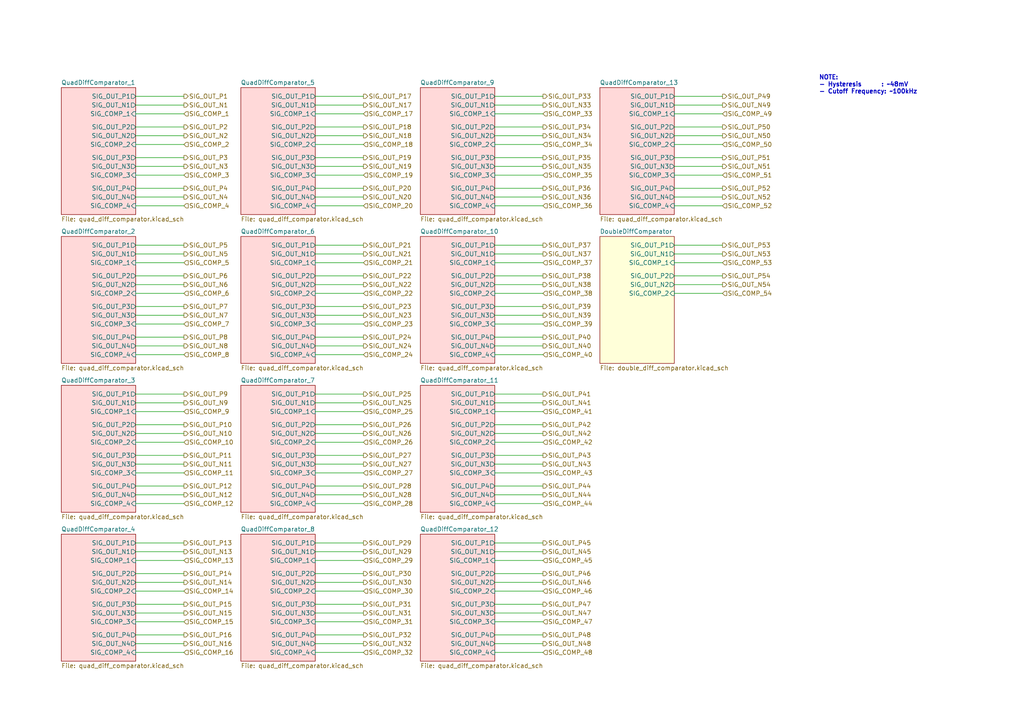
<source format=kicad_sch>
(kicad_sch
	(version 20250114)
	(generator "eeschema")
	(generator_version "9.0")
	(uuid "1f162bae-873e-47ce-97ba-9850b3a49f93")
	(paper "A4")
	(title_block
		(date "2025-07-29")
		(company "TamperSec")
		(comment 1 "Justin Newkirk")
	)
	(lib_symbols)
	(text "NOTE:\n- Hysteresis      : ~48mV\n- Cutoff Frequency: ~100kHz"
		(exclude_from_sim no)
		(at 237.49 24.638 0)
		(effects
			(font
				(size 1.27 1.27)
				(thickness 0.254)
				(bold yes)
			)
			(justify left)
		)
		(uuid "7a9e6908-9953-48ac-88b8-f74c1f8e1206")
	)
	(wire
		(pts
			(xy 91.44 57.15) (xy 105.41 57.15)
		)
		(stroke
			(width 0)
			(type default)
		)
		(uuid "0097723d-72ea-4672-91f9-17e929173538")
	)
	(wire
		(pts
			(xy 39.37 50.8) (xy 53.34 50.8)
		)
		(stroke
			(width 0)
			(type default)
		)
		(uuid "01a70ead-79bc-4091-9292-d8b7d94caee2")
	)
	(wire
		(pts
			(xy 143.51 85.09) (xy 157.48 85.09)
		)
		(stroke
			(width 0)
			(type default)
		)
		(uuid "047b67f1-7c71-4f3a-936d-d229d8645cf8")
	)
	(wire
		(pts
			(xy 39.37 80.01) (xy 53.34 80.01)
		)
		(stroke
			(width 0)
			(type default)
		)
		(uuid "0636897e-5c7f-4103-86fb-a05742868bb3")
	)
	(wire
		(pts
			(xy 195.58 41.91) (xy 209.55 41.91)
		)
		(stroke
			(width 0)
			(type default)
		)
		(uuid "07c6c751-fb7a-4412-890e-9cf0aba1cce0")
	)
	(wire
		(pts
			(xy 91.44 175.26) (xy 105.41 175.26)
		)
		(stroke
			(width 0)
			(type default)
		)
		(uuid "084228cb-1688-4f35-b848-724217500209")
	)
	(wire
		(pts
			(xy 91.44 116.84) (xy 105.41 116.84)
		)
		(stroke
			(width 0)
			(type default)
		)
		(uuid "08c7ee76-6af2-4d95-b9de-1fbec315bd29")
	)
	(wire
		(pts
			(xy 39.37 132.08) (xy 53.34 132.08)
		)
		(stroke
			(width 0)
			(type default)
		)
		(uuid "08e2498e-3ab8-404a-a532-60b4a88d6ed6")
	)
	(wire
		(pts
			(xy 91.44 88.9) (xy 105.41 88.9)
		)
		(stroke
			(width 0)
			(type default)
		)
		(uuid "09e15321-d7bd-479a-a32b-70e3b6349320")
	)
	(wire
		(pts
			(xy 39.37 160.02) (xy 53.34 160.02)
		)
		(stroke
			(width 0)
			(type default)
		)
		(uuid "09e1fcaa-2269-4f00-b9a3-a96cbcdd6963")
	)
	(wire
		(pts
			(xy 91.44 128.27) (xy 105.41 128.27)
		)
		(stroke
			(width 0)
			(type default)
		)
		(uuid "0c98387b-72f2-47e4-93b7-6f8337bbcd89")
	)
	(wire
		(pts
			(xy 91.44 119.38) (xy 105.41 119.38)
		)
		(stroke
			(width 0)
			(type default)
		)
		(uuid "0dff73cd-11f9-4506-b5ba-6038fc91de57")
	)
	(wire
		(pts
			(xy 143.51 50.8) (xy 157.48 50.8)
		)
		(stroke
			(width 0)
			(type default)
		)
		(uuid "0e149ba6-12dc-4028-9ac1-f1fd911bda8f")
	)
	(wire
		(pts
			(xy 91.44 137.16) (xy 105.41 137.16)
		)
		(stroke
			(width 0)
			(type default)
		)
		(uuid "0ec742f1-571f-4a04-9bb8-db87706e8bb7")
	)
	(wire
		(pts
			(xy 39.37 27.94) (xy 53.34 27.94)
		)
		(stroke
			(width 0)
			(type default)
		)
		(uuid "10a457f9-1209-4a8c-ba70-c232ad728784")
	)
	(wire
		(pts
			(xy 91.44 39.37) (xy 105.41 39.37)
		)
		(stroke
			(width 0)
			(type default)
		)
		(uuid "113b36b1-98a3-4cd0-b663-5cebafa8568e")
	)
	(wire
		(pts
			(xy 91.44 59.69) (xy 105.41 59.69)
		)
		(stroke
			(width 0)
			(type default)
		)
		(uuid "13110b24-164b-49c2-ad2a-336561f1927b")
	)
	(wire
		(pts
			(xy 39.37 177.8) (xy 53.34 177.8)
		)
		(stroke
			(width 0)
			(type default)
		)
		(uuid "16b80779-6b5a-4203-ab1b-b11eeaa33a9b")
	)
	(wire
		(pts
			(xy 39.37 175.26) (xy 53.34 175.26)
		)
		(stroke
			(width 0)
			(type default)
		)
		(uuid "18040fdf-b945-461b-89a6-f186eab2a607")
	)
	(wire
		(pts
			(xy 39.37 76.2) (xy 53.34 76.2)
		)
		(stroke
			(width 0)
			(type default)
		)
		(uuid "18ff9b5b-216c-4574-b3e0-bade5e9cf859")
	)
	(wire
		(pts
			(xy 143.51 48.26) (xy 157.48 48.26)
		)
		(stroke
			(width 0)
			(type default)
		)
		(uuid "19c407c0-93f2-4b94-a9dd-76b0c7ffc3fe")
	)
	(wire
		(pts
			(xy 91.44 125.73) (xy 105.41 125.73)
		)
		(stroke
			(width 0)
			(type default)
		)
		(uuid "19f3561b-1d07-4cf5-a798-90d97401fe11")
	)
	(wire
		(pts
			(xy 195.58 59.69) (xy 209.55 59.69)
		)
		(stroke
			(width 0)
			(type default)
		)
		(uuid "1b520ad9-1c82-483f-8776-8ab51f0c81b7")
	)
	(wire
		(pts
			(xy 91.44 184.15) (xy 105.41 184.15)
		)
		(stroke
			(width 0)
			(type default)
		)
		(uuid "1b6e6a5c-0cba-4c6b-9c3c-82c85b3bb1a2")
	)
	(wire
		(pts
			(xy 195.58 36.83) (xy 209.55 36.83)
		)
		(stroke
			(width 0)
			(type default)
		)
		(uuid "1bbd663c-f4f2-4aad-8ec7-cae1c7eb75a9")
	)
	(wire
		(pts
			(xy 91.44 36.83) (xy 105.41 36.83)
		)
		(stroke
			(width 0)
			(type default)
		)
		(uuid "1c14863f-f937-4e26-beec-f087cd2409db")
	)
	(wire
		(pts
			(xy 39.37 48.26) (xy 53.34 48.26)
		)
		(stroke
			(width 0)
			(type default)
		)
		(uuid "1d8ac464-e52d-485a-8dad-e851f5d4e805")
	)
	(wire
		(pts
			(xy 39.37 168.91) (xy 53.34 168.91)
		)
		(stroke
			(width 0)
			(type default)
		)
		(uuid "1fec3cd9-34d3-4f86-9d9e-5334e46027d6")
	)
	(wire
		(pts
			(xy 143.51 162.56) (xy 157.48 162.56)
		)
		(stroke
			(width 0)
			(type default)
		)
		(uuid "2098ad7f-f664-4f2d-aee8-c71bbf349b35")
	)
	(wire
		(pts
			(xy 39.37 140.97) (xy 53.34 140.97)
		)
		(stroke
			(width 0)
			(type default)
		)
		(uuid "20d5b3f9-f244-42ce-a9ac-34b1805db0e9")
	)
	(wire
		(pts
			(xy 143.51 59.69) (xy 157.48 59.69)
		)
		(stroke
			(width 0)
			(type default)
		)
		(uuid "213b493e-846a-4a11-91cf-0747892e6fc9")
	)
	(wire
		(pts
			(xy 91.44 186.69) (xy 105.41 186.69)
		)
		(stroke
			(width 0)
			(type default)
		)
		(uuid "225a7c0d-7b44-4bd6-85a6-e5b05ddc6d31")
	)
	(wire
		(pts
			(xy 143.51 123.19) (xy 157.48 123.19)
		)
		(stroke
			(width 0)
			(type default)
		)
		(uuid "22af314e-11ca-4db1-842b-dc18554e158b")
	)
	(wire
		(pts
			(xy 143.51 36.83) (xy 157.48 36.83)
		)
		(stroke
			(width 0)
			(type default)
		)
		(uuid "22c4a071-d388-414a-ade2-a6bd4f9b5185")
	)
	(wire
		(pts
			(xy 143.51 57.15) (xy 157.48 57.15)
		)
		(stroke
			(width 0)
			(type default)
		)
		(uuid "258c2c78-a50c-49ce-8615-2754e5634eee")
	)
	(wire
		(pts
			(xy 39.37 57.15) (xy 53.34 57.15)
		)
		(stroke
			(width 0)
			(type default)
		)
		(uuid "25d41caf-b5ad-4e4a-bd4a-fd11ec0b378d")
	)
	(wire
		(pts
			(xy 39.37 184.15) (xy 53.34 184.15)
		)
		(stroke
			(width 0)
			(type default)
		)
		(uuid "25e4b549-1724-4988-bf54-9967bfe00a3b")
	)
	(wire
		(pts
			(xy 195.58 80.01) (xy 209.55 80.01)
		)
		(stroke
			(width 0)
			(type default)
		)
		(uuid "32a309ac-6d3f-4c57-8273-75ed19359a91")
	)
	(wire
		(pts
			(xy 39.37 45.72) (xy 53.34 45.72)
		)
		(stroke
			(width 0)
			(type default)
		)
		(uuid "3571a9b5-2ddc-45e4-9222-9e3874d2c3d8")
	)
	(wire
		(pts
			(xy 91.44 114.3) (xy 105.41 114.3)
		)
		(stroke
			(width 0)
			(type default)
		)
		(uuid "37821a9f-c61f-4e5f-98c8-e1e81b8174ea")
	)
	(wire
		(pts
			(xy 143.51 186.69) (xy 157.48 186.69)
		)
		(stroke
			(width 0)
			(type default)
		)
		(uuid "39cb8fd7-11cf-415d-89c6-0d876b55daf4")
	)
	(wire
		(pts
			(xy 143.51 180.34) (xy 157.48 180.34)
		)
		(stroke
			(width 0)
			(type default)
		)
		(uuid "3c84d7e2-82a4-4a42-9586-ad4699d8cafb")
	)
	(wire
		(pts
			(xy 143.51 175.26) (xy 157.48 175.26)
		)
		(stroke
			(width 0)
			(type default)
		)
		(uuid "3e4bce30-205d-47c5-8281-d1204b5864bb")
	)
	(wire
		(pts
			(xy 143.51 125.73) (xy 157.48 125.73)
		)
		(stroke
			(width 0)
			(type default)
		)
		(uuid "42984053-69c1-4a4a-8fa6-d5948b56f443")
	)
	(wire
		(pts
			(xy 91.44 102.87) (xy 105.41 102.87)
		)
		(stroke
			(width 0)
			(type default)
		)
		(uuid "43d33975-1f11-4dfe-a098-421f8428b413")
	)
	(wire
		(pts
			(xy 91.44 146.05) (xy 105.41 146.05)
		)
		(stroke
			(width 0)
			(type default)
		)
		(uuid "44da926f-405d-4db4-8860-3a9ec72aa0b5")
	)
	(wire
		(pts
			(xy 91.44 171.45) (xy 105.41 171.45)
		)
		(stroke
			(width 0)
			(type default)
		)
		(uuid "45d7fe32-8b8d-4638-b60d-66d746f02862")
	)
	(wire
		(pts
			(xy 91.44 132.08) (xy 105.41 132.08)
		)
		(stroke
			(width 0)
			(type default)
		)
		(uuid "466714db-ce16-4241-88b0-84366cad38fc")
	)
	(wire
		(pts
			(xy 143.51 91.44) (xy 157.48 91.44)
		)
		(stroke
			(width 0)
			(type default)
		)
		(uuid "468e9ae5-6ea2-471c-a557-2ac9c154f983")
	)
	(wire
		(pts
			(xy 143.51 93.98) (xy 157.48 93.98)
		)
		(stroke
			(width 0)
			(type default)
		)
		(uuid "4a877854-c9f9-4bfe-ab50-87d959826ce3")
	)
	(wire
		(pts
			(xy 91.44 80.01) (xy 105.41 80.01)
		)
		(stroke
			(width 0)
			(type default)
		)
		(uuid "4c420706-7f27-4479-b85c-1ab256f40020")
	)
	(wire
		(pts
			(xy 39.37 114.3) (xy 53.34 114.3)
		)
		(stroke
			(width 0)
			(type default)
		)
		(uuid "4d887715-dcac-4f1b-ab39-402dfce74bd3")
	)
	(wire
		(pts
			(xy 143.51 82.55) (xy 157.48 82.55)
		)
		(stroke
			(width 0)
			(type default)
		)
		(uuid "4eac8eac-116c-4fb4-9cdb-ec887d0fd5d4")
	)
	(wire
		(pts
			(xy 39.37 82.55) (xy 53.34 82.55)
		)
		(stroke
			(width 0)
			(type default)
		)
		(uuid "5004ba30-9f09-4f0c-b8de-c01a6420b610")
	)
	(wire
		(pts
			(xy 91.44 177.8) (xy 105.41 177.8)
		)
		(stroke
			(width 0)
			(type default)
		)
		(uuid "528c9ef4-10ed-4085-9342-1b9822db2499")
	)
	(wire
		(pts
			(xy 143.51 97.79) (xy 157.48 97.79)
		)
		(stroke
			(width 0)
			(type default)
		)
		(uuid "534c9631-ee03-4670-8627-fa1fbe56dc6d")
	)
	(wire
		(pts
			(xy 143.51 143.51) (xy 157.48 143.51)
		)
		(stroke
			(width 0)
			(type default)
		)
		(uuid "546b4fce-65b2-4f3c-abfc-4d38f44b6c3b")
	)
	(wire
		(pts
			(xy 195.58 39.37) (xy 209.55 39.37)
		)
		(stroke
			(width 0)
			(type default)
		)
		(uuid "551f4b93-9a22-4d28-967d-991f763f0da3")
	)
	(wire
		(pts
			(xy 143.51 100.33) (xy 157.48 100.33)
		)
		(stroke
			(width 0)
			(type default)
		)
		(uuid "561a75db-4511-4eae-b984-fd55e91364db")
	)
	(wire
		(pts
			(xy 195.58 85.09) (xy 209.55 85.09)
		)
		(stroke
			(width 0)
			(type default)
		)
		(uuid "57139d2a-0ba5-4ffe-8a14-9ce350342526")
	)
	(wire
		(pts
			(xy 91.44 140.97) (xy 105.41 140.97)
		)
		(stroke
			(width 0)
			(type default)
		)
		(uuid "5bc50c1d-0745-404a-a675-c2d96946ad86")
	)
	(wire
		(pts
			(xy 39.37 93.98) (xy 53.34 93.98)
		)
		(stroke
			(width 0)
			(type default)
		)
		(uuid "5d360582-64f4-40d2-b365-718ea71a8414")
	)
	(wire
		(pts
			(xy 39.37 157.48) (xy 53.34 157.48)
		)
		(stroke
			(width 0)
			(type default)
		)
		(uuid "5e998672-48b1-46d2-98df-2e7f2a8a8fe4")
	)
	(wire
		(pts
			(xy 91.44 180.34) (xy 105.41 180.34)
		)
		(stroke
			(width 0)
			(type default)
		)
		(uuid "5f64e2ef-1e0d-4e86-8134-1cf397615889")
	)
	(wire
		(pts
			(xy 143.51 134.62) (xy 157.48 134.62)
		)
		(stroke
			(width 0)
			(type default)
		)
		(uuid "632f68f9-a624-467a-8def-c6af0d290513")
	)
	(wire
		(pts
			(xy 143.51 146.05) (xy 157.48 146.05)
		)
		(stroke
			(width 0)
			(type default)
		)
		(uuid "6608f5db-0061-4894-929d-d3b16d3260c1")
	)
	(wire
		(pts
			(xy 143.51 128.27) (xy 157.48 128.27)
		)
		(stroke
			(width 0)
			(type default)
		)
		(uuid "69466fc4-b8ac-40e6-be54-27cb74ee4c6a")
	)
	(wire
		(pts
			(xy 91.44 71.12) (xy 105.41 71.12)
		)
		(stroke
			(width 0)
			(type default)
		)
		(uuid "6ad68fc1-3f1a-4dad-b96a-b84048fae585")
	)
	(wire
		(pts
			(xy 143.51 157.48) (xy 157.48 157.48)
		)
		(stroke
			(width 0)
			(type default)
		)
		(uuid "6b1ce36c-1dd4-4263-b803-24b67bac9c40")
	)
	(wire
		(pts
			(xy 143.51 54.61) (xy 157.48 54.61)
		)
		(stroke
			(width 0)
			(type default)
		)
		(uuid "6cd1ccad-7439-4590-a791-47c3312ea1c4")
	)
	(wire
		(pts
			(xy 91.44 27.94) (xy 105.41 27.94)
		)
		(stroke
			(width 0)
			(type default)
		)
		(uuid "6d688f51-8b07-4f16-bab0-fc6499a61816")
	)
	(wire
		(pts
			(xy 143.51 39.37) (xy 157.48 39.37)
		)
		(stroke
			(width 0)
			(type default)
		)
		(uuid "6da3730c-dad9-4b26-8a87-2c3ccb2aebc6")
	)
	(wire
		(pts
			(xy 39.37 59.69) (xy 53.34 59.69)
		)
		(stroke
			(width 0)
			(type default)
		)
		(uuid "6e05fdd6-a119-4e4b-b661-4fcba55bb3b8")
	)
	(wire
		(pts
			(xy 39.37 71.12) (xy 53.34 71.12)
		)
		(stroke
			(width 0)
			(type default)
		)
		(uuid "70757ac4-4eb5-45e4-8775-ba67abd08fd5")
	)
	(wire
		(pts
			(xy 39.37 91.44) (xy 53.34 91.44)
		)
		(stroke
			(width 0)
			(type default)
		)
		(uuid "70eae28d-a5bf-482f-bd49-654b1441783e")
	)
	(wire
		(pts
			(xy 91.44 50.8) (xy 105.41 50.8)
		)
		(stroke
			(width 0)
			(type default)
		)
		(uuid "7564e785-89ce-4952-8bff-ab8c0d777c6a")
	)
	(wire
		(pts
			(xy 39.37 100.33) (xy 53.34 100.33)
		)
		(stroke
			(width 0)
			(type default)
		)
		(uuid "764fe508-6878-4d9b-968a-e064a7126ffd")
	)
	(wire
		(pts
			(xy 143.51 114.3) (xy 157.48 114.3)
		)
		(stroke
			(width 0)
			(type default)
		)
		(uuid "783ff8a9-cdbd-4c46-82c8-89ebac294623")
	)
	(wire
		(pts
			(xy 91.44 157.48) (xy 105.41 157.48)
		)
		(stroke
			(width 0)
			(type default)
		)
		(uuid "78418ca2-0d5f-4648-8741-60faa386f862")
	)
	(wire
		(pts
			(xy 195.58 30.48) (xy 209.55 30.48)
		)
		(stroke
			(width 0)
			(type default)
		)
		(uuid "7c13842e-fc11-481f-92ed-486f230a17d4")
	)
	(wire
		(pts
			(xy 143.51 45.72) (xy 157.48 45.72)
		)
		(stroke
			(width 0)
			(type default)
		)
		(uuid "803cce00-a438-4c8e-9c8f-20d8d027951c")
	)
	(wire
		(pts
			(xy 143.51 116.84) (xy 157.48 116.84)
		)
		(stroke
			(width 0)
			(type default)
		)
		(uuid "8041ad0f-326c-42ab-802b-dd1b372f723d")
	)
	(wire
		(pts
			(xy 39.37 30.48) (xy 53.34 30.48)
		)
		(stroke
			(width 0)
			(type default)
		)
		(uuid "81fbe6d6-35dd-4171-b665-5d51e525c8e5")
	)
	(wire
		(pts
			(xy 91.44 33.02) (xy 105.41 33.02)
		)
		(stroke
			(width 0)
			(type default)
		)
		(uuid "8714a714-ed08-4aef-9361-7f81dcd76bae")
	)
	(wire
		(pts
			(xy 39.37 162.56) (xy 53.34 162.56)
		)
		(stroke
			(width 0)
			(type default)
		)
		(uuid "89fc5548-28e8-4c26-ac76-30f1e2b47ef4")
	)
	(wire
		(pts
			(xy 39.37 36.83) (xy 53.34 36.83)
		)
		(stroke
			(width 0)
			(type default)
		)
		(uuid "8b27bed0-aaaa-4340-8fec-86269af0cd2b")
	)
	(wire
		(pts
			(xy 39.37 41.91) (xy 53.34 41.91)
		)
		(stroke
			(width 0)
			(type default)
		)
		(uuid "8cdc1c5b-c859-4b06-86af-1925b2110c1c")
	)
	(wire
		(pts
			(xy 195.58 45.72) (xy 209.55 45.72)
		)
		(stroke
			(width 0)
			(type default)
		)
		(uuid "8d2e6e77-326b-4284-8089-313d39702a1a")
	)
	(wire
		(pts
			(xy 39.37 39.37) (xy 53.34 39.37)
		)
		(stroke
			(width 0)
			(type default)
		)
		(uuid "8e99b108-875d-4eef-a000-4cc80f42c852")
	)
	(wire
		(pts
			(xy 195.58 33.02) (xy 209.55 33.02)
		)
		(stroke
			(width 0)
			(type default)
		)
		(uuid "8f5ef559-335e-47ae-9548-3b0365d1b0e6")
	)
	(wire
		(pts
			(xy 39.37 88.9) (xy 53.34 88.9)
		)
		(stroke
			(width 0)
			(type default)
		)
		(uuid "9000bea8-6ba9-49f9-a35e-58c3b6eda1c0")
	)
	(wire
		(pts
			(xy 195.58 27.94) (xy 209.55 27.94)
		)
		(stroke
			(width 0)
			(type default)
		)
		(uuid "950d1830-e383-4eaf-8bc9-1315044ad659")
	)
	(wire
		(pts
			(xy 91.44 189.23) (xy 105.41 189.23)
		)
		(stroke
			(width 0)
			(type default)
		)
		(uuid "96172781-e40b-4b88-986b-06398b99c678")
	)
	(wire
		(pts
			(xy 39.37 171.45) (xy 53.34 171.45)
		)
		(stroke
			(width 0)
			(type default)
		)
		(uuid "9629d1f2-ba5e-47c8-a818-a57fc9f6719a")
	)
	(wire
		(pts
			(xy 91.44 45.72) (xy 105.41 45.72)
		)
		(stroke
			(width 0)
			(type default)
		)
		(uuid "96e0bfca-878e-43b0-a229-eb93226f2962")
	)
	(wire
		(pts
			(xy 39.37 146.05) (xy 53.34 146.05)
		)
		(stroke
			(width 0)
			(type default)
		)
		(uuid "9782c3f2-5a98-4190-a905-dd79f2028218")
	)
	(wire
		(pts
			(xy 39.37 119.38) (xy 53.34 119.38)
		)
		(stroke
			(width 0)
			(type default)
		)
		(uuid "9896898a-957b-46ea-a787-7c635ede7f1c")
	)
	(wire
		(pts
			(xy 143.51 171.45) (xy 157.48 171.45)
		)
		(stroke
			(width 0)
			(type default)
		)
		(uuid "997517c1-ed3e-42c3-aeea-42d651816a6d")
	)
	(wire
		(pts
			(xy 39.37 143.51) (xy 53.34 143.51)
		)
		(stroke
			(width 0)
			(type default)
		)
		(uuid "9a5d0dbe-50ff-48b6-97d1-2e91232421d8")
	)
	(wire
		(pts
			(xy 143.51 140.97) (xy 157.48 140.97)
		)
		(stroke
			(width 0)
			(type default)
		)
		(uuid "9b154ac6-e521-4689-ab91-f154cd850c54")
	)
	(wire
		(pts
			(xy 91.44 168.91) (xy 105.41 168.91)
		)
		(stroke
			(width 0)
			(type default)
		)
		(uuid "9e1a0487-0d7c-4f95-80c2-4f28c6e11279")
	)
	(wire
		(pts
			(xy 91.44 160.02) (xy 105.41 160.02)
		)
		(stroke
			(width 0)
			(type default)
		)
		(uuid "9f8e1462-7b64-4a20-8e45-99d9b04ec2a9")
	)
	(wire
		(pts
			(xy 143.51 189.23) (xy 157.48 189.23)
		)
		(stroke
			(width 0)
			(type default)
		)
		(uuid "a010d13f-6906-4ed5-aab1-12eb1201429a")
	)
	(wire
		(pts
			(xy 195.58 71.12) (xy 209.55 71.12)
		)
		(stroke
			(width 0)
			(type default)
		)
		(uuid "a0319ecb-1974-44aa-8a87-b716c2bdc188")
	)
	(wire
		(pts
			(xy 91.44 82.55) (xy 105.41 82.55)
		)
		(stroke
			(width 0)
			(type default)
		)
		(uuid "a0b57141-fb4c-4b84-a151-18796502d269")
	)
	(wire
		(pts
			(xy 39.37 85.09) (xy 53.34 85.09)
		)
		(stroke
			(width 0)
			(type default)
		)
		(uuid "a1b0eceb-389f-44f5-9a8c-ce3f1d83a1a0")
	)
	(wire
		(pts
			(xy 143.51 88.9) (xy 157.48 88.9)
		)
		(stroke
			(width 0)
			(type default)
		)
		(uuid "a2545977-010a-4b0f-9158-2371d40253c0")
	)
	(wire
		(pts
			(xy 39.37 33.02) (xy 53.34 33.02)
		)
		(stroke
			(width 0)
			(type default)
		)
		(uuid "a3f686f9-89df-4d33-b81b-34c231a7a6e7")
	)
	(wire
		(pts
			(xy 91.44 143.51) (xy 105.41 143.51)
		)
		(stroke
			(width 0)
			(type default)
		)
		(uuid "a5a4ed97-3ab2-4cfd-974d-7f4f0ffd4bee")
	)
	(wire
		(pts
			(xy 91.44 166.37) (xy 105.41 166.37)
		)
		(stroke
			(width 0)
			(type default)
		)
		(uuid "a767dbbd-b275-4100-970b-aca097c17819")
	)
	(wire
		(pts
			(xy 91.44 100.33) (xy 105.41 100.33)
		)
		(stroke
			(width 0)
			(type default)
		)
		(uuid "a8822095-7c1d-42ed-9bb3-d51444c55671")
	)
	(wire
		(pts
			(xy 39.37 73.66) (xy 53.34 73.66)
		)
		(stroke
			(width 0)
			(type default)
		)
		(uuid "ac8ad1da-a1cd-498a-965f-647f6fa8f8d5")
	)
	(wire
		(pts
			(xy 143.51 132.08) (xy 157.48 132.08)
		)
		(stroke
			(width 0)
			(type default)
		)
		(uuid "adb6e078-fb7e-4a79-ad1e-3040c33a6c6f")
	)
	(wire
		(pts
			(xy 39.37 189.23) (xy 53.34 189.23)
		)
		(stroke
			(width 0)
			(type default)
		)
		(uuid "aff60fae-3752-4421-bd8d-420c251cd89e")
	)
	(wire
		(pts
			(xy 39.37 137.16) (xy 53.34 137.16)
		)
		(stroke
			(width 0)
			(type default)
		)
		(uuid "b0129a75-b96a-4ec2-a649-6cffef6ad2f9")
	)
	(wire
		(pts
			(xy 91.44 123.19) (xy 105.41 123.19)
		)
		(stroke
			(width 0)
			(type default)
		)
		(uuid "b2f1ae29-f715-4521-8b60-336c648c841f")
	)
	(wire
		(pts
			(xy 143.51 73.66) (xy 157.48 73.66)
		)
		(stroke
			(width 0)
			(type default)
		)
		(uuid "b3b5c2e2-cf58-4614-bcec-eb69ea1f1088")
	)
	(wire
		(pts
			(xy 143.51 27.94) (xy 157.48 27.94)
		)
		(stroke
			(width 0)
			(type default)
		)
		(uuid "b4cb647a-2a4b-4c94-8c00-b99ddfb4b186")
	)
	(wire
		(pts
			(xy 195.58 73.66) (xy 209.55 73.66)
		)
		(stroke
			(width 0)
			(type default)
		)
		(uuid "b576fc61-05b7-443f-8ee6-717ee2cbbe6f")
	)
	(wire
		(pts
			(xy 91.44 97.79) (xy 105.41 97.79)
		)
		(stroke
			(width 0)
			(type default)
		)
		(uuid "b62a7ff1-3a2e-45c6-8467-2d96af3af9fb")
	)
	(wire
		(pts
			(xy 195.58 54.61) (xy 209.55 54.61)
		)
		(stroke
			(width 0)
			(type default)
		)
		(uuid "b72ee798-a85b-40cb-a3ad-b886b931d219")
	)
	(wire
		(pts
			(xy 39.37 54.61) (xy 53.34 54.61)
		)
		(stroke
			(width 0)
			(type default)
		)
		(uuid "b75bc6f3-9301-4552-85ea-c8d85e9d484f")
	)
	(wire
		(pts
			(xy 195.58 57.15) (xy 209.55 57.15)
		)
		(stroke
			(width 0)
			(type default)
		)
		(uuid "b81c6eac-8b64-4478-9c16-e1385f54aa53")
	)
	(wire
		(pts
			(xy 195.58 82.55) (xy 209.55 82.55)
		)
		(stroke
			(width 0)
			(type default)
		)
		(uuid "b90a7af8-3ec0-438d-930e-7d233791f66d")
	)
	(wire
		(pts
			(xy 143.51 137.16) (xy 157.48 137.16)
		)
		(stroke
			(width 0)
			(type default)
		)
		(uuid "b9a2e179-245d-4d0c-a197-e35088b9fcf3")
	)
	(wire
		(pts
			(xy 91.44 41.91) (xy 105.41 41.91)
		)
		(stroke
			(width 0)
			(type default)
		)
		(uuid "c2ac66e7-8c26-49ba-a0f0-e0030b39fc9f")
	)
	(wire
		(pts
			(xy 39.37 180.34) (xy 53.34 180.34)
		)
		(stroke
			(width 0)
			(type default)
		)
		(uuid "c3192848-a03d-4843-8c36-dfc9e8f6d3a5")
	)
	(wire
		(pts
			(xy 91.44 48.26) (xy 105.41 48.26)
		)
		(stroke
			(width 0)
			(type default)
		)
		(uuid "c3e70de7-acaa-4519-9015-e8440634ee8c")
	)
	(wire
		(pts
			(xy 143.51 30.48) (xy 157.48 30.48)
		)
		(stroke
			(width 0)
			(type default)
		)
		(uuid "c4c1fdb2-4210-4717-b601-42d08fcc01f3")
	)
	(wire
		(pts
			(xy 39.37 134.62) (xy 53.34 134.62)
		)
		(stroke
			(width 0)
			(type default)
		)
		(uuid "c8433d7b-c6ce-43ca-8ee9-920ff4e62e9b")
	)
	(wire
		(pts
			(xy 39.37 125.73) (xy 53.34 125.73)
		)
		(stroke
			(width 0)
			(type default)
		)
		(uuid "c91fa439-6324-4bc4-8960-739aebf3c57c")
	)
	(wire
		(pts
			(xy 91.44 162.56) (xy 105.41 162.56)
		)
		(stroke
			(width 0)
			(type default)
		)
		(uuid "c9582510-7f9c-4b4b-9ff9-25d3bfa52258")
	)
	(wire
		(pts
			(xy 143.51 76.2) (xy 157.48 76.2)
		)
		(stroke
			(width 0)
			(type default)
		)
		(uuid "cc0195aa-bc8f-4840-bebe-ca5b3883649f")
	)
	(wire
		(pts
			(xy 143.51 168.91) (xy 157.48 168.91)
		)
		(stroke
			(width 0)
			(type default)
		)
		(uuid "cf8f2c2c-7212-4873-9e4c-635f9f34d3a6")
	)
	(wire
		(pts
			(xy 143.51 119.38) (xy 157.48 119.38)
		)
		(stroke
			(width 0)
			(type default)
		)
		(uuid "cf90cd0a-dce0-426d-ac32-461077164f59")
	)
	(wire
		(pts
			(xy 91.44 85.09) (xy 105.41 85.09)
		)
		(stroke
			(width 0)
			(type default)
		)
		(uuid "d0650f79-9205-4fd4-9a99-e701321e9f3d")
	)
	(wire
		(pts
			(xy 39.37 97.79) (xy 53.34 97.79)
		)
		(stroke
			(width 0)
			(type default)
		)
		(uuid "d33497ff-5baa-43fd-aaad-450a7217094c")
	)
	(wire
		(pts
			(xy 91.44 134.62) (xy 105.41 134.62)
		)
		(stroke
			(width 0)
			(type default)
		)
		(uuid "d37cc33d-a0eb-4f48-8931-a7ff1d39cc2d")
	)
	(wire
		(pts
			(xy 195.58 76.2) (xy 209.55 76.2)
		)
		(stroke
			(width 0)
			(type default)
		)
		(uuid "d41105e1-a167-4d02-a302-1a55a7354488")
	)
	(wire
		(pts
			(xy 39.37 102.87) (xy 53.34 102.87)
		)
		(stroke
			(width 0)
			(type default)
		)
		(uuid "d5c49261-798e-40f5-be0a-66470d4f0b77")
	)
	(wire
		(pts
			(xy 39.37 116.84) (xy 53.34 116.84)
		)
		(stroke
			(width 0)
			(type default)
		)
		(uuid "d7eb2470-6788-43e1-ac2c-d3fcc4367d8f")
	)
	(wire
		(pts
			(xy 143.51 184.15) (xy 157.48 184.15)
		)
		(stroke
			(width 0)
			(type default)
		)
		(uuid "d844a746-ba34-4a86-95c1-c5035d390b19")
	)
	(wire
		(pts
			(xy 143.51 166.37) (xy 157.48 166.37)
		)
		(stroke
			(width 0)
			(type default)
		)
		(uuid "d8e92438-c3a3-404c-9874-876af22e0349")
	)
	(wire
		(pts
			(xy 143.51 102.87) (xy 157.48 102.87)
		)
		(stroke
			(width 0)
			(type default)
		)
		(uuid "d9d25377-cead-4a68-a452-5ef326e5961b")
	)
	(wire
		(pts
			(xy 91.44 93.98) (xy 105.41 93.98)
		)
		(stroke
			(width 0)
			(type default)
		)
		(uuid "dc826b81-d303-4215-a03f-fcee7294744c")
	)
	(wire
		(pts
			(xy 39.37 123.19) (xy 53.34 123.19)
		)
		(stroke
			(width 0)
			(type default)
		)
		(uuid "dca72857-3e9b-474d-8d68-14f76c909247")
	)
	(wire
		(pts
			(xy 143.51 71.12) (xy 157.48 71.12)
		)
		(stroke
			(width 0)
			(type default)
		)
		(uuid "e066cdf2-663c-4706-adf6-df21934be0c8")
	)
	(wire
		(pts
			(xy 143.51 33.02) (xy 157.48 33.02)
		)
		(stroke
			(width 0)
			(type default)
		)
		(uuid "e2586d62-acba-4b5c-83e1-da03242e9f22")
	)
	(wire
		(pts
			(xy 91.44 91.44) (xy 105.41 91.44)
		)
		(stroke
			(width 0)
			(type default)
		)
		(uuid "e2ef4295-e4dd-42ba-a031-d0bd2c17a3e2")
	)
	(wire
		(pts
			(xy 143.51 41.91) (xy 157.48 41.91)
		)
		(stroke
			(width 0)
			(type default)
		)
		(uuid "e4b64bb0-5439-4329-a3fc-8176c8a6f49d")
	)
	(wire
		(pts
			(xy 195.58 48.26) (xy 209.55 48.26)
		)
		(stroke
			(width 0)
			(type default)
		)
		(uuid "e536812f-1f39-4535-9b68-d735d5706537")
	)
	(wire
		(pts
			(xy 91.44 73.66) (xy 105.41 73.66)
		)
		(stroke
			(width 0)
			(type default)
		)
		(uuid "e7b51473-e88c-402e-8504-7c74a3771dd6")
	)
	(wire
		(pts
			(xy 91.44 30.48) (xy 105.41 30.48)
		)
		(stroke
			(width 0)
			(type default)
		)
		(uuid "e8c7b057-6627-4640-9e50-7a3fc4eefabb")
	)
	(wire
		(pts
			(xy 91.44 54.61) (xy 105.41 54.61)
		)
		(stroke
			(width 0)
			(type default)
		)
		(uuid "f11ff77b-4bc2-4a21-87ae-6a4c68f6363d")
	)
	(wire
		(pts
			(xy 143.51 80.01) (xy 157.48 80.01)
		)
		(stroke
			(width 0)
			(type default)
		)
		(uuid "f12b7021-8987-4f44-817a-f8904e23455f")
	)
	(wire
		(pts
			(xy 39.37 166.37) (xy 53.34 166.37)
		)
		(stroke
			(width 0)
			(type default)
		)
		(uuid "f41c47e2-2efb-4d29-bea6-7b6b57010677")
	)
	(wire
		(pts
			(xy 143.51 177.8) (xy 157.48 177.8)
		)
		(stroke
			(width 0)
			(type default)
		)
		(uuid "f479474d-21ca-44ba-9a86-aff6379bad46")
	)
	(wire
		(pts
			(xy 91.44 76.2) (xy 105.41 76.2)
		)
		(stroke
			(width 0)
			(type default)
		)
		(uuid "fa22cee1-897e-42dd-8401-65f2ee7fab8e")
	)
	(wire
		(pts
			(xy 39.37 128.27) (xy 53.34 128.27)
		)
		(stroke
			(width 0)
			(type default)
		)
		(uuid "fa554028-2891-48c1-8b73-db6b3129f305")
	)
	(wire
		(pts
			(xy 143.51 160.02) (xy 157.48 160.02)
		)
		(stroke
			(width 0)
			(type default)
		)
		(uuid "fd86435b-036e-4586-a822-e9bced55c024")
	)
	(wire
		(pts
			(xy 195.58 50.8) (xy 209.55 50.8)
		)
		(stroke
			(width 0)
			(type default)
		)
		(uuid "fe9495cb-46a1-437d-88ef-6391d002497d")
	)
	(wire
		(pts
			(xy 39.37 186.69) (xy 53.34 186.69)
		)
		(stroke
			(width 0)
			(type default)
		)
		(uuid "feba885b-230e-4017-877d-ba8116cad934")
	)
	(hierarchical_label "SIG_OUT_N42"
		(shape output)
		(at 157.48 125.73 0)
		(effects
			(font
				(size 1.27 1.27)
			)
			(justify left)
		)
		(uuid "0137ae04-4f3d-40dd-b123-7d7249b03eb6")
	)
	(hierarchical_label "SIG_OUT_N6"
		(shape output)
		(at 53.34 82.55 0)
		(effects
			(font
				(size 1.27 1.27)
			)
			(justify left)
		)
		(uuid "06ba8711-c598-4a1f-995a-350f2e6a12b7")
	)
	(hierarchical_label "SIG_OUT_P23"
		(shape output)
		(at 105.41 88.9 0)
		(effects
			(font
				(size 1.27 1.27)
			)
			(justify left)
		)
		(uuid "0867802f-38f1-4d3b-a7b8-583d53cb161c")
	)
	(hierarchical_label "SIG_OUT_N20"
		(shape output)
		(at 105.41 57.15 0)
		(effects
			(font
				(size 1.27 1.27)
			)
			(justify left)
		)
		(uuid "091294de-8bf6-42be-bf2a-7c36ced8e5f1")
	)
	(hierarchical_label "SIG_COMP_25"
		(shape input)
		(at 105.41 119.38 0)
		(effects
			(font
				(size 1.27 1.27)
			)
			(justify left)
		)
		(uuid "09ba3992-68c1-42d4-8494-c29b5695ec8f")
	)
	(hierarchical_label "SIG_OUT_P5"
		(shape output)
		(at 53.34 71.12 0)
		(effects
			(font
				(size 1.27 1.27)
			)
			(justify left)
		)
		(uuid "09e70e27-2ef6-41e3-86e1-7513d55b85a2")
	)
	(hierarchical_label "SIG_OUT_N18"
		(shape output)
		(at 105.41 39.37 0)
		(effects
			(font
				(size 1.27 1.27)
			)
			(justify left)
		)
		(uuid "0b572def-0d95-4ddc-b589-f33684a0f596")
	)
	(hierarchical_label "SIG_OUT_N36"
		(shape output)
		(at 157.48 57.15 0)
		(effects
			(font
				(size 1.27 1.27)
			)
			(justify left)
		)
		(uuid "122942a4-7e9a-41de-9f39-d826b32b9922")
	)
	(hierarchical_label "SIG_OUT_P28"
		(shape output)
		(at 105.41 140.97 0)
		(effects
			(font
				(size 1.27 1.27)
			)
			(justify left)
		)
		(uuid "12e1be7e-3c61-48b8-8cc1-4ebe6b1b7227")
	)
	(hierarchical_label "SIG_OUT_N2"
		(shape output)
		(at 53.34 39.37 0)
		(effects
			(font
				(size 1.27 1.27)
			)
			(justify left)
		)
		(uuid "1355569e-1254-48ea-b4c7-0b5a99613a12")
	)
	(hierarchical_label "SIG_OUT_N49"
		(shape output)
		(at 209.55 30.48 0)
		(effects
			(font
				(size 1.27 1.27)
			)
			(justify left)
		)
		(uuid "140a2fe1-d738-4ca0-86df-8b770e498ba3")
	)
	(hierarchical_label "SIG_COMP_50"
		(shape input)
		(at 209.55 41.91 0)
		(effects
			(font
				(size 1.27 1.27)
			)
			(justify left)
		)
		(uuid "1744a56c-7f7b-4c42-8197-048d3a9a69e3")
	)
	(hierarchical_label "SIG_OUT_N43"
		(shape output)
		(at 157.48 134.62 0)
		(effects
			(font
				(size 1.27 1.27)
			)
			(justify left)
		)
		(uuid "1764c573-efd9-48ee-beee-2410ac990c43")
	)
	(hierarchical_label "SIG_OUT_P30"
		(shape output)
		(at 105.41 166.37 0)
		(effects
			(font
				(size 1.27 1.27)
			)
			(justify left)
		)
		(uuid "1978b232-1292-4293-8fff-6c4a3557fe93")
	)
	(hierarchical_label "SIG_OUT_N15"
		(shape output)
		(at 53.34 177.8 0)
		(effects
			(font
				(size 1.27 1.27)
			)
			(justify left)
		)
		(uuid "1ceaa050-a7a5-4205-9fce-d1a4c8ae5db3")
	)
	(hierarchical_label "SIG_OUT_N29"
		(shape output)
		(at 105.41 160.02 0)
		(effects
			(font
				(size 1.27 1.27)
			)
			(justify left)
		)
		(uuid "1d5cb3a7-8717-42d7-a16f-ef695f9c9c63")
	)
	(hierarchical_label "SIG_OUT_N4"
		(shape output)
		(at 53.34 57.15 0)
		(effects
			(font
				(size 1.27 1.27)
			)
			(justify left)
		)
		(uuid "1e6691e8-c79f-438d-96d2-97cf0e0a3135")
	)
	(hierarchical_label "SIG_OUT_N38"
		(shape output)
		(at 157.48 82.55 0)
		(effects
			(font
				(size 1.27 1.27)
			)
			(justify left)
		)
		(uuid "244f0591-88ab-486b-83bf-a1ca8468dcce")
	)
	(hierarchical_label "SIG_OUT_N13"
		(shape output)
		(at 53.34 160.02 0)
		(effects
			(font
				(size 1.27 1.27)
			)
			(justify left)
		)
		(uuid "24f5fa5a-8638-4ab2-be74-fd22a414dd1d")
	)
	(hierarchical_label "SIG_OUT_P29"
		(shape output)
		(at 105.41 157.48 0)
		(effects
			(font
				(size 1.27 1.27)
			)
			(justify left)
		)
		(uuid "293904a9-3b4e-4969-b2f8-a6382fa422aa")
	)
	(hierarchical_label "SIG_OUT_P18"
		(shape output)
		(at 105.41 36.83 0)
		(effects
			(font
				(size 1.27 1.27)
			)
			(justify left)
		)
		(uuid "297da641-4677-4634-8c0c-dc4852891d2f")
	)
	(hierarchical_label "SIG_OUT_P40"
		(shape output)
		(at 157.48 97.79 0)
		(effects
			(font
				(size 1.27 1.27)
			)
			(justify left)
		)
		(uuid "2a0d662e-b975-4de4-ae42-6e866caba15a")
	)
	(hierarchical_label "SIG_COMP_47"
		(shape input)
		(at 157.48 180.34 0)
		(effects
			(font
				(size 1.27 1.27)
			)
			(justify left)
		)
		(uuid "2a25bdde-1209-4d71-a776-2fac770999d5")
	)
	(hierarchical_label "SIG_OUT_P14"
		(shape output)
		(at 53.34 166.37 0)
		(effects
			(font
				(size 1.27 1.27)
			)
			(justify left)
		)
		(uuid "2bc001d2-4bec-4cb8-9c9f-c977cb7a429e")
	)
	(hierarchical_label "SIG_OUT_N16"
		(shape output)
		(at 53.34 186.69 0)
		(effects
			(font
				(size 1.27 1.27)
			)
			(justify left)
		)
		(uuid "2c63737a-1eb6-4401-903f-f2f35b454ef0")
	)
	(hierarchical_label "SIG_COMP_40"
		(shape input)
		(at 157.48 102.87 0)
		(effects
			(font
				(size 1.27 1.27)
			)
			(justify left)
		)
		(uuid "30f780d5-2736-4942-8077-1084d55dcea2")
	)
	(hierarchical_label "SIG_OUT_N32"
		(shape output)
		(at 105.41 186.69 0)
		(effects
			(font
				(size 1.27 1.27)
			)
			(justify left)
		)
		(uuid "313bf80f-90e3-4b73-8024-a05c305ee85b")
	)
	(hierarchical_label "SIG_OUT_N21"
		(shape output)
		(at 105.41 73.66 0)
		(effects
			(font
				(size 1.27 1.27)
			)
			(justify left)
		)
		(uuid "33104cb9-056b-4586-b203-5f77b0d64378")
	)
	(hierarchical_label "SIG_OUT_P49"
		(shape output)
		(at 209.55 27.94 0)
		(effects
			(font
				(size 1.27 1.27)
			)
			(justify left)
		)
		(uuid "346434bd-7822-4ddf-8eb5-e93c590bc018")
	)
	(hierarchical_label "SIG_OUT_P20"
		(shape output)
		(at 105.41 54.61 0)
		(effects
			(font
				(size 1.27 1.27)
			)
			(justify left)
		)
		(uuid "354cd374-01d4-48a1-8162-32381f34bfc8")
	)
	(hierarchical_label "SIG_COMP_7"
		(shape input)
		(at 53.34 93.98 0)
		(effects
			(font
				(size 1.27 1.27)
			)
			(justify left)
		)
		(uuid "35d4f2a3-fa64-4279-880e-b27e2bac488e")
	)
	(hierarchical_label "SIG_COMP_35"
		(shape input)
		(at 157.48 50.8 0)
		(effects
			(font
				(size 1.27 1.27)
			)
			(justify left)
		)
		(uuid "3a17472e-b61c-4319-8cb4-22f4d691de50")
	)
	(hierarchical_label "SIG_OUT_P8"
		(shape output)
		(at 53.34 97.79 0)
		(effects
			(font
				(size 1.27 1.27)
			)
			(justify left)
		)
		(uuid "3aa21899-2e5b-495c-84fe-09630d7e5614")
	)
	(hierarchical_label "SIG_COMP_52"
		(shape input)
		(at 209.55 59.69 0)
		(effects
			(font
				(size 1.27 1.27)
			)
			(justify left)
		)
		(uuid "3c138f04-7c30-4c2c-89d0-d44484781c12")
	)
	(hierarchical_label "SIG_OUT_N35"
		(shape output)
		(at 157.48 48.26 0)
		(effects
			(font
				(size 1.27 1.27)
			)
			(justify left)
		)
		(uuid "3f23f500-7349-48d0-a082-f2c063dfcdd6")
	)
	(hierarchical_label "SIG_OUT_P54"
		(shape output)
		(at 209.55 80.01 0)
		(effects
			(font
				(size 1.27 1.27)
			)
			(justify left)
		)
		(uuid "40250440-40e9-4db5-a3cf-189dfd12e1a9")
	)
	(hierarchical_label "SIG_OUT_P32"
		(shape output)
		(at 105.41 184.15 0)
		(effects
			(font
				(size 1.27 1.27)
			)
			(justify left)
		)
		(uuid "419e37d3-864f-4293-b46c-7aa8b94ab25c")
	)
	(hierarchical_label "SIG_OUT_P34"
		(shape output)
		(at 157.48 36.83 0)
		(effects
			(font
				(size 1.27 1.27)
			)
			(justify left)
		)
		(uuid "44436596-e23f-4ce9-b8fd-59ba3306e927")
	)
	(hierarchical_label "SIG_OUT_N19"
		(shape output)
		(at 105.41 48.26 0)
		(effects
			(font
				(size 1.27 1.27)
			)
			(justify left)
		)
		(uuid "44ead1ab-7b78-4adf-bc00-0ea13e741fef")
	)
	(hierarchical_label "SIG_OUT_N1"
		(shape output)
		(at 53.34 30.48 0)
		(effects
			(font
				(size 1.27 1.27)
			)
			(justify left)
		)
		(uuid "46c36bcb-340c-4609-9a84-a14797650909")
	)
	(hierarchical_label "SIG_OUT_N46"
		(shape output)
		(at 157.48 168.91 0)
		(effects
			(font
				(size 1.27 1.27)
			)
			(justify left)
		)
		(uuid "48a6080e-1cd9-47d5-bd85-3375ccc9d3a0")
	)
	(hierarchical_label "SIG_OUT_P11"
		(shape output)
		(at 53.34 132.08 0)
		(effects
			(font
				(size 1.27 1.27)
			)
			(justify left)
		)
		(uuid "4ba1a20f-a765-42be-8732-d43e0d62253d")
	)
	(hierarchical_label "SIG_COMP_36"
		(shape input)
		(at 157.48 59.69 0)
		(effects
			(font
				(size 1.27 1.27)
			)
			(justify left)
		)
		(uuid "4c8961c2-c8b5-4d3b-b025-d6d134312f4e")
	)
	(hierarchical_label "SIG_COMP_4"
		(shape input)
		(at 53.34 59.69 0)
		(effects
			(font
				(size 1.27 1.27)
			)
			(justify left)
		)
		(uuid "4d0b61fa-fb4b-449a-b3a7-97733ebf34c6")
	)
	(hierarchical_label "SIG_OUT_N26"
		(shape output)
		(at 105.41 125.73 0)
		(effects
			(font
				(size 1.27 1.27)
			)
			(justify left)
		)
		(uuid "4df476df-bf24-4da7-9edf-64535b1b09cf")
	)
	(hierarchical_label "SIG_OUT_P35"
		(shape output)
		(at 157.48 45.72 0)
		(effects
			(font
				(size 1.27 1.27)
			)
			(justify left)
		)
		(uuid "4e3cf6bf-2b6f-4db2-aabb-b424993c9d25")
	)
	(hierarchical_label "SIG_COMP_42"
		(shape input)
		(at 157.48 128.27 0)
		(effects
			(font
				(size 1.27 1.27)
			)
			(justify left)
		)
		(uuid "50eec9e2-f4ec-4652-a590-66444f513921")
	)
	(hierarchical_label "SIG_OUT_N41"
		(shape output)
		(at 157.48 116.84 0)
		(effects
			(font
				(size 1.27 1.27)
			)
			(justify left)
		)
		(uuid "5161416a-095b-4e25-a752-c11479765150")
	)
	(hierarchical_label "SIG_OUT_N27"
		(shape output)
		(at 105.41 134.62 0)
		(effects
			(font
				(size 1.27 1.27)
			)
			(justify left)
		)
		(uuid "5200fb71-d634-4e2c-a85c-8ed1fc29892f")
	)
	(hierarchical_label "SIG_OUT_P43"
		(shape output)
		(at 157.48 132.08 0)
		(effects
			(font
				(size 1.27 1.27)
			)
			(justify left)
		)
		(uuid "53366f37-e2c6-497c-bdc9-031fe74970bb")
	)
	(hierarchical_label "SIG_OUT_P45"
		(shape output)
		(at 157.48 157.48 0)
		(effects
			(font
				(size 1.27 1.27)
			)
			(justify left)
		)
		(uuid "54e12964-5c1a-4023-9300-668f8da5454e")
	)
	(hierarchical_label "SIG_COMP_34"
		(shape input)
		(at 157.48 41.91 0)
		(effects
			(font
				(size 1.27 1.27)
			)
			(justify left)
		)
		(uuid "5800ca7d-5821-4fa7-89cc-e6f86226562e")
	)
	(hierarchical_label "SIG_COMP_12"
		(shape input)
		(at 53.34 146.05 0)
		(effects
			(font
				(size 1.27 1.27)
			)
			(justify left)
		)
		(uuid "58de0fd8-ed64-4209-bacd-0b61e78eac67")
	)
	(hierarchical_label "SIG_OUT_P25"
		(shape output)
		(at 105.41 114.3 0)
		(effects
			(font
				(size 1.27 1.27)
			)
			(justify left)
		)
		(uuid "5dc762bc-d468-4173-a519-107cb4f3f20c")
	)
	(hierarchical_label "SIG_COMP_44"
		(shape input)
		(at 157.48 146.05 0)
		(effects
			(font
				(size 1.27 1.27)
			)
			(justify left)
		)
		(uuid "61e829d5-dd4e-41cb-9daf-ef3d95dc76bb")
	)
	(hierarchical_label "SIG_COMP_29"
		(shape input)
		(at 105.41 162.56 0)
		(effects
			(font
				(size 1.27 1.27)
			)
			(justify left)
		)
		(uuid "624ba73d-64d7-49a8-aae5-f2a95cebed4a")
	)
	(hierarchical_label "SIG_OUT_N12"
		(shape output)
		(at 53.34 143.51 0)
		(effects
			(font
				(size 1.27 1.27)
			)
			(justify left)
		)
		(uuid "626d52d4-d564-464a-8508-21812ecf0b89")
	)
	(hierarchical_label "SIG_COMP_27"
		(shape input)
		(at 105.41 137.16 0)
		(effects
			(font
				(size 1.27 1.27)
			)
			(justify left)
		)
		(uuid "641aa39c-6022-4a6f-9a3c-296113a8c497")
	)
	(hierarchical_label "SIG_COMP_14"
		(shape input)
		(at 53.34 171.45 0)
		(effects
			(font
				(size 1.27 1.27)
			)
			(justify left)
		)
		(uuid "64788cdf-0002-46d9-8d88-5166b3fa00fb")
	)
	(hierarchical_label "SIG_OUT_P46"
		(shape output)
		(at 157.48 166.37 0)
		(effects
			(font
				(size 1.27 1.27)
			)
			(justify left)
		)
		(uuid "6b4ef78c-7efa-4080-a403-1431eebbc1d7")
	)
	(hierarchical_label "SIG_OUT_P12"
		(shape output)
		(at 53.34 140.97 0)
		(effects
			(font
				(size 1.27 1.27)
			)
			(justify left)
		)
		(uuid "6b61fabb-130f-44c8-bc7d-af5fd2ddc171")
	)
	(hierarchical_label "SIG_OUT_P27"
		(shape output)
		(at 105.41 132.08 0)
		(effects
			(font
				(size 1.27 1.27)
			)
			(justify left)
		)
		(uuid "6c41f1a3-e7c4-4194-b65a-be99acf013f3")
	)
	(hierarchical_label "SIG_OUT_N17"
		(shape output)
		(at 105.41 30.48 0)
		(effects
			(font
				(size 1.27 1.27)
			)
			(justify left)
		)
		(uuid "6c9a1f53-c086-4bfc-b2ec-192594d43826")
	)
	(hierarchical_label "SIG_OUT_P19"
		(shape output)
		(at 105.41 45.72 0)
		(effects
			(font
				(size 1.27 1.27)
			)
			(justify left)
		)
		(uuid "6cc6fefa-22d6-4f11-a59b-0ad20b0a46b7")
	)
	(hierarchical_label "SIG_OUT_N3"
		(shape output)
		(at 53.34 48.26 0)
		(effects
			(font
				(size 1.27 1.27)
			)
			(justify left)
		)
		(uuid "703d2a65-8160-4dc4-8ace-e936622a9f58")
	)
	(hierarchical_label "SIG_OUT_P41"
		(shape output)
		(at 157.48 114.3 0)
		(effects
			(font
				(size 1.27 1.27)
			)
			(justify left)
		)
		(uuid "70b6e0e6-5808-4dd0-b3a9-fdfa11a7b37f")
	)
	(hierarchical_label "SIG_OUT_P16"
		(shape output)
		(at 53.34 184.15 0)
		(effects
			(font
				(size 1.27 1.27)
			)
			(justify left)
		)
		(uuid "71cc126f-5578-4382-8eac-6a2d725b11f2")
	)
	(hierarchical_label "SIG_OUT_P39"
		(shape output)
		(at 157.48 88.9 0)
		(effects
			(font
				(size 1.27 1.27)
			)
			(justify left)
		)
		(uuid "71f52f61-6272-4bf8-b7bf-052752b8a761")
	)
	(hierarchical_label "SIG_OUT_N51"
		(shape output)
		(at 209.55 48.26 0)
		(effects
			(font
				(size 1.27 1.27)
			)
			(justify left)
		)
		(uuid "72daf09e-66aa-4eae-ad59-ef73485d5132")
	)
	(hierarchical_label "SIG_COMP_49"
		(shape input)
		(at 209.55 33.02 0)
		(effects
			(font
				(size 1.27 1.27)
			)
			(justify left)
		)
		(uuid "74ee30bc-4aa3-401a-b64b-ed0c8e2fc969")
	)
	(hierarchical_label "SIG_COMP_33"
		(shape input)
		(at 157.48 33.02 0)
		(effects
			(font
				(size 1.27 1.27)
			)
			(justify left)
		)
		(uuid "7d4dee2a-a6db-457b-9094-1ec55a5bd8ec")
	)
	(hierarchical_label "SIG_COMP_9"
		(shape input)
		(at 53.34 119.38 0)
		(effects
			(font
				(size 1.27 1.27)
			)
			(justify left)
		)
		(uuid "80bbe574-5df4-45e9-9810-6acb4754626f")
	)
	(hierarchical_label "SIG_OUT_P6"
		(shape output)
		(at 53.34 80.01 0)
		(effects
			(font
				(size 1.27 1.27)
			)
			(justify left)
		)
		(uuid "8416b9ea-acfb-401c-aa5c-0fd9d87e17cc")
	)
	(hierarchical_label "SIG_OUT_P9"
		(shape output)
		(at 53.34 114.3 0)
		(effects
			(font
				(size 1.27 1.27)
			)
			(justify left)
		)
		(uuid "86a5acf6-0f32-4f90-ab0d-5280e028461c")
	)
	(hierarchical_label "SIG_COMP_18"
		(shape input)
		(at 105.41 41.91 0)
		(effects
			(font
				(size 1.27 1.27)
			)
			(justify left)
		)
		(uuid "87c05a07-601e-4bb2-ab45-caa12aeb1cc5")
	)
	(hierarchical_label "SIG_OUT_N53"
		(shape output)
		(at 209.55 73.66 0)
		(effects
			(font
				(size 1.27 1.27)
			)
			(justify left)
		)
		(uuid "898bd507-6591-4d9f-b829-748cdc0e86d5")
	)
	(hierarchical_label "SIG_COMP_26"
		(shape input)
		(at 105.41 128.27 0)
		(effects
			(font
				(size 1.27 1.27)
			)
			(justify left)
		)
		(uuid "8bd07ef5-82cc-429a-aec5-57bd37256370")
	)
	(hierarchical_label "SIG_OUT_P21"
		(shape output)
		(at 105.41 71.12 0)
		(effects
			(font
				(size 1.27 1.27)
			)
			(justify left)
		)
		(uuid "8d0b8814-f8e5-4f25-bc87-04ba9701473b")
	)
	(hierarchical_label "SIG_OUT_P1"
		(shape output)
		(at 53.34 27.94 0)
		(effects
			(font
				(size 1.27 1.27)
			)
			(justify left)
		)
		(uuid "8f36d76f-dc9b-46fd-81f2-b57054dbb75a")
	)
	(hierarchical_label "SIG_OUT_P13"
		(shape output)
		(at 53.34 157.48 0)
		(effects
			(font
				(size 1.27 1.27)
			)
			(justify left)
		)
		(uuid "928d8b2a-95f9-4880-9274-31a6615a5a0d")
	)
	(hierarchical_label "SIG_OUT_P38"
		(shape output)
		(at 157.48 80.01 0)
		(effects
			(font
				(size 1.27 1.27)
			)
			(justify left)
		)
		(uuid "93b950fa-563d-4486-8800-70dbd0f2e071")
	)
	(hierarchical_label "SIG_OUT_N54"
		(shape output)
		(at 209.55 82.55 0)
		(effects
			(font
				(size 1.27 1.27)
			)
			(justify left)
		)
		(uuid "93c08f3c-e58c-48f6-bbf0-8ccbf6729fac")
	)
	(hierarchical_label "SIG_OUT_N52"
		(shape output)
		(at 209.55 57.15 0)
		(effects
			(font
				(size 1.27 1.27)
			)
			(justify left)
		)
		(uuid "9939ffd0-6e4f-40bc-8f45-601bf27db19a")
	)
	(hierarchical_label "SIG_OUT_N28"
		(shape output)
		(at 105.41 143.51 0)
		(effects
			(font
				(size 1.27 1.27)
			)
			(justify left)
		)
		(uuid "9d3cb5a7-0e98-458c-b049-aca79259409a")
	)
	(hierarchical_label "SIG_COMP_30"
		(shape input)
		(at 105.41 171.45 0)
		(effects
			(font
				(size 1.27 1.27)
			)
			(justify left)
		)
		(uuid "9d857e41-9141-4e95-a47c-80658f5cba77")
	)
	(hierarchical_label "SIG_OUT_P31"
		(shape output)
		(at 105.41 175.26 0)
		(effects
			(font
				(size 1.27 1.27)
			)
			(justify left)
		)
		(uuid "9e517610-fc85-49ac-8e76-864bec59b628")
	)
	(hierarchical_label "SIG_COMP_23"
		(shape input)
		(at 105.41 93.98 0)
		(effects
			(font
				(size 1.27 1.27)
			)
			(justify left)
		)
		(uuid "9f4d518c-40ea-4b4e-9048-db1105e39951")
	)
	(hierarchical_label "SIG_OUT_P3"
		(shape output)
		(at 53.34 45.72 0)
		(effects
			(font
				(size 1.27 1.27)
			)
			(justify left)
		)
		(uuid "9f98b369-420f-4bb1-9008-da8f9e73079d")
	)
	(hierarchical_label "SIG_OUT_P22"
		(shape output)
		(at 105.41 80.01 0)
		(effects
			(font
				(size 1.27 1.27)
			)
			(justify left)
		)
		(uuid "a041c546-678e-4d9b-9920-1654ab4543f0")
	)
	(hierarchical_label "SIG_OUT_N24"
		(shape output)
		(at 105.41 100.33 0)
		(effects
			(font
				(size 1.27 1.27)
			)
			(justify left)
		)
		(uuid "a284d581-7a1e-448a-a095-09b76cc62f29")
	)
	(hierarchical_label "SIG_COMP_32"
		(shape input)
		(at 105.41 189.23 0)
		(effects
			(font
				(size 1.27 1.27)
			)
			(justify left)
		)
		(uuid "a35178dc-7e8b-427e-9533-2ace11bf5262")
	)
	(hierarchical_label "SIG_COMP_15"
		(shape input)
		(at 53.34 180.34 0)
		(effects
			(font
				(size 1.27 1.27)
			)
			(justify left)
		)
		(uuid "a4f977f1-a468-43e6-a635-c145aa7e2008")
	)
	(hierarchical_label "SIG_COMP_5"
		(shape input)
		(at 53.34 76.2 0)
		(effects
			(font
				(size 1.27 1.27)
			)
			(justify left)
		)
		(uuid "a5b475a0-a432-4f0d-b7d6-d68e6fcd6b5f")
	)
	(hierarchical_label "SIG_OUT_P2"
		(shape output)
		(at 53.34 36.83 0)
		(effects
			(font
				(size 1.27 1.27)
			)
			(justify left)
		)
		(uuid "a663ed2b-cfc4-4035-b2b7-a8a78cd68665")
	)
	(hierarchical_label "SIG_OUT_N22"
		(shape output)
		(at 105.41 82.55 0)
		(effects
			(font
				(size 1.27 1.27)
			)
			(justify left)
		)
		(uuid "a7e1dd64-05dc-4e66-b31a-6bf5372bdede")
	)
	(hierarchical_label "SIG_OUT_N5"
		(shape output)
		(at 53.34 73.66 0)
		(effects
			(font
				(size 1.27 1.27)
			)
			(justify left)
		)
		(uuid "a7f57edf-ccf7-4bca-8fd2-84bd8ec833e1")
	)
	(hierarchical_label "SIG_OUT_P36"
		(shape output)
		(at 157.48 54.61 0)
		(effects
			(font
				(size 1.27 1.27)
			)
			(justify left)
		)
		(uuid "a93d2d89-7f1b-4cce-a2ed-0e9f6724c15e")
	)
	(hierarchical_label "SIG_COMP_8"
		(shape input)
		(at 53.34 102.87 0)
		(effects
			(font
				(size 1.27 1.27)
			)
			(justify left)
		)
		(uuid "ae28a34e-1e49-4823-9c0f-977ca5f7852d")
	)
	(hierarchical_label "SIG_COMP_43"
		(shape input)
		(at 157.48 137.16 0)
		(effects
			(font
				(size 1.27 1.27)
			)
			(justify left)
		)
		(uuid "ae470841-06d5-41dc-bf6e-78071ed47355")
	)
	(hierarchical_label "SIG_OUT_P15"
		(shape output)
		(at 53.34 175.26 0)
		(effects
			(font
				(size 1.27 1.27)
			)
			(justify left)
		)
		(uuid "af2cf0cd-84f2-4816-8b4e-0dccfc27f9fd")
	)
	(hierarchical_label "SIG_COMP_39"
		(shape input)
		(at 157.48 93.98 0)
		(effects
			(font
				(size 1.27 1.27)
			)
			(justify left)
		)
		(uuid "b02b71b4-9083-4764-bade-bbc9c94a86ad")
	)
	(hierarchical_label "SIG_COMP_53"
		(shape input)
		(at 209.55 76.2 0)
		(effects
			(font
				(size 1.27 1.27)
			)
			(justify left)
		)
		(uuid "b2ce9760-6434-48be-990f-969ab5b0b6d4")
	)
	(hierarchical_label "SIG_OUT_N48"
		(shape output)
		(at 157.48 186.69 0)
		(effects
			(font
				(size 1.27 1.27)
			)
			(justify left)
		)
		(uuid "b4dc66d6-603c-45f8-a15a-adccef676fdb")
	)
	(hierarchical_label "SIG_OUT_P33"
		(shape output)
		(at 157.48 27.94 0)
		(effects
			(font
				(size 1.27 1.27)
			)
			(justify left)
		)
		(uuid "b60d819b-404d-4c36-b435-39de03981e4e")
	)
	(hierarchical_label "SIG_OUT_N50"
		(shape output)
		(at 209.55 39.37 0)
		(effects
			(font
				(size 1.27 1.27)
			)
			(justify left)
		)
		(uuid "b62452bf-b31e-4b33-b84a-3a2de9be63a6")
	)
	(hierarchical_label "SIG_OUT_P53"
		(shape output)
		(at 209.55 71.12 0)
		(effects
			(font
				(size 1.27 1.27)
			)
			(justify left)
		)
		(uuid "b6e58625-f754-4b40-b87f-14606725c721")
	)
	(hierarchical_label "SIG_COMP_16"
		(shape input)
		(at 53.34 189.23 0)
		(effects
			(font
				(size 1.27 1.27)
			)
			(justify left)
		)
		(uuid "b7cae09c-b58b-4d1d-8751-36062a12456b")
	)
	(hierarchical_label "SIG_OUT_N23"
		(shape output)
		(at 105.41 91.44 0)
		(effects
			(font
				(size 1.27 1.27)
			)
			(justify left)
		)
		(uuid "b7e42dc1-7da3-49c2-a8af-60745fec4d12")
	)
	(hierarchical_label "SIG_COMP_17"
		(shape input)
		(at 105.41 33.02 0)
		(effects
			(font
				(size 1.27 1.27)
			)
			(justify left)
		)
		(uuid "b90008ad-dcd0-42c3-a777-efb2a64e18c6")
	)
	(hierarchical_label "SIG_OUT_N30"
		(shape output)
		(at 105.41 168.91 0)
		(effects
			(font
				(size 1.27 1.27)
			)
			(justify left)
		)
		(uuid "b9153c38-a76a-4ad8-a3c7-9e8a26830c1a")
	)
	(hierarchical_label "SIG_COMP_41"
		(shape input)
		(at 157.48 119.38 0)
		(effects
			(font
				(size 1.27 1.27)
			)
			(justify left)
		)
		(uuid "baa030e2-90f2-4ebb-bdc8-72f8d3338978")
	)
	(hierarchical_label "SIG_OUT_N37"
		(shape output)
		(at 157.48 73.66 0)
		(effects
			(font
				(size 1.27 1.27)
			)
			(justify left)
		)
		(uuid "bb201580-f235-4591-bab1-c6816e3b6618")
	)
	(hierarchical_label "SIG_OUT_N10"
		(shape output)
		(at 53.34 125.73 0)
		(effects
			(font
				(size 1.27 1.27)
			)
			(justify left)
		)
		(uuid "bcef5ec1-76f3-4ef8-ae87-9969f445eee2")
	)
	(hierarchical_label "SIG_OUT_P7"
		(shape output)
		(at 53.34 88.9 0)
		(effects
			(font
				(size 1.27 1.27)
			)
			(justify left)
		)
		(uuid "c0b8b5a4-8023-45c8-9988-4e2a39ac3a46")
	)
	(hierarchical_label "SIG_OUT_P52"
		(shape output)
		(at 209.55 54.61 0)
		(effects
			(font
				(size 1.27 1.27)
			)
			(justify left)
		)
		(uuid "c0dc51db-3707-46ef-a5ba-b43e6e58fba7")
	)
	(hierarchical_label "SIG_OUT_P10"
		(shape output)
		(at 53.34 123.19 0)
		(effects
			(font
				(size 1.27 1.27)
			)
			(justify left)
		)
		(uuid "c2e0aa07-0680-48f0-a6ae-b9ebdb9937d7")
	)
	(hierarchical_label "SIG_OUT_P51"
		(shape output)
		(at 209.55 45.72 0)
		(effects
			(font
				(size 1.27 1.27)
			)
			(justify left)
		)
		(uuid "c35981c1-acae-46f3-9fd0-d82212d105e2")
	)
	(hierarchical_label "SIG_OUT_P48"
		(shape output)
		(at 157.48 184.15 0)
		(effects
			(font
				(size 1.27 1.27)
			)
			(justify left)
		)
		(uuid "c3c4a9ff-b58a-4ce5-a22f-abf40c8d3906")
	)
	(hierarchical_label "SIG_COMP_31"
		(shape input)
		(at 105.41 180.34 0)
		(effects
			(font
				(size 1.27 1.27)
			)
			(justify left)
		)
		(uuid "c3ccf488-e4f1-4630-885c-a25deb0127a2")
	)
	(hierarchical_label "SIG_OUT_N33"
		(shape output)
		(at 157.48 30.48 0)
		(effects
			(font
				(size 1.27 1.27)
			)
			(justify left)
		)
		(uuid "c474ba57-930d-4c67-9c25-1e631dd6cbd1")
	)
	(hierarchical_label "SIG_OUT_N31"
		(shape output)
		(at 105.41 177.8 0)
		(effects
			(font
				(size 1.27 1.27)
			)
			(justify left)
		)
		(uuid "c6438f48-8e12-48df-aa52-f1a8bc9691ae")
	)
	(hierarchical_label "SIG_COMP_6"
		(shape input)
		(at 53.34 85.09 0)
		(effects
			(font
				(size 1.27 1.27)
			)
			(justify left)
		)
		(uuid "c74dc4f1-d0c4-4131-9973-517b0db52be3")
	)
	(hierarchical_label "SIG_OUT_N47"
		(shape output)
		(at 157.48 177.8 0)
		(effects
			(font
				(size 1.27 1.27)
			)
			(justify left)
		)
		(uuid "c7e2bc30-60e9-42e3-8283-4da08fa4da45")
	)
	(hierarchical_label "SIG_OUT_P26"
		(shape output)
		(at 105.41 123.19 0)
		(effects
			(font
				(size 1.27 1.27)
			)
			(justify left)
		)
		(uuid "c8ed5b59-d1c7-41d4-ada8-184b7f303f8f")
	)
	(hierarchical_label "SIG_OUT_N11"
		(shape output)
		(at 53.34 134.62 0)
		(effects
			(font
				(size 1.27 1.27)
			)
			(justify left)
		)
		(uuid "c91dd5e3-eca2-4236-aa43-4fc3dc2fcab7")
	)
	(hierarchical_label "SIG_OUT_N25"
		(shape output)
		(at 105.41 116.84 0)
		(effects
			(font
				(size 1.27 1.27)
			)
			(justify left)
		)
		(uuid "cb80e70c-d7cd-425c-8ab0-0eedeed5de85")
	)
	(hierarchical_label "SIG_OUT_P42"
		(shape output)
		(at 157.48 123.19 0)
		(effects
			(font
				(size 1.27 1.27)
			)
			(justify left)
		)
		(uuid "cd00df2c-d0ef-447e-82bb-586f9b7b6cb5")
	)
	(hierarchical_label "SIG_COMP_2"
		(shape input)
		(at 53.34 41.91 0)
		(effects
			(font
				(size 1.27 1.27)
			)
			(justify left)
		)
		(uuid "cd246d9d-604e-4094-b541-1fef9baac2de")
	)
	(hierarchical_label "SIG_OUT_N8"
		(shape output)
		(at 53.34 100.33 0)
		(effects
			(font
				(size 1.27 1.27)
			)
			(justify left)
		)
		(uuid "cddef89e-feef-4274-a628-d2cd4fb0f709")
	)
	(hierarchical_label "SIG_OUT_N9"
		(shape output)
		(at 53.34 116.84 0)
		(effects
			(font
				(size 1.27 1.27)
			)
			(justify left)
		)
		(uuid "d2e63ced-81f3-445d-9a9f-5ea804006f48")
	)
	(hierarchical_label "SIG_OUT_N14"
		(shape output)
		(at 53.34 168.91 0)
		(effects
			(font
				(size 1.27 1.27)
			)
			(justify left)
		)
		(uuid "d37e12d5-035a-4413-9777-5512a88646d8")
	)
	(hierarchical_label "SIG_OUT_N34"
		(shape output)
		(at 157.48 39.37 0)
		(effects
			(font
				(size 1.27 1.27)
			)
			(justify left)
		)
		(uuid "d754884e-5cd6-428d-acdd-aca7e7f3ed3b")
	)
	(hierarchical_label "SIG_OUT_P24"
		(shape output)
		(at 105.41 97.79 0)
		(effects
			(font
				(size 1.27 1.27)
			)
			(justify left)
		)
		(uuid "d9edac41-613b-4591-ba04-6f1409a4c0be")
	)
	(hierarchical_label "SIG_COMP_54"
		(shape input)
		(at 209.55 85.09 0)
		(effects
			(font
				(size 1.27 1.27)
			)
			(justify left)
		)
		(uuid "daa4a9ab-16b1-4f72-9db7-4e007d1a79d4")
	)
	(hierarchical_label "SIG_OUT_N39"
		(shape output)
		(at 157.48 91.44 0)
		(effects
			(font
				(size 1.27 1.27)
			)
			(justify left)
		)
		(uuid "dacd2d86-0c90-48ae-811b-fcb183cd070e")
	)
	(hierarchical_label "SIG_COMP_1"
		(shape input)
		(at 53.34 33.02 0)
		(effects
			(font
				(size 1.27 1.27)
			)
			(justify left)
		)
		(uuid "daea4818-0010-404a-8d4b-0ffb0bc5dbd4")
	)
	(hierarchical_label "SIG_OUT_P47"
		(shape output)
		(at 157.48 175.26 0)
		(effects
			(font
				(size 1.27 1.27)
			)
			(justify left)
		)
		(uuid "dc04ce62-6366-47d9-83f4-f31de295e357")
	)
	(hierarchical_label "SIG_OUT_P44"
		(shape output)
		(at 157.48 140.97 0)
		(effects
			(font
				(size 1.27 1.27)
			)
			(justify left)
		)
		(uuid "dc5434bd-d1db-4f75-9c30-0df2a2725bd0")
	)
	(hierarchical_label "SIG_COMP_48"
		(shape input)
		(at 157.48 189.23 0)
		(effects
			(font
				(size 1.27 1.27)
			)
			(justify left)
		)
		(uuid "dd25b968-d38d-4c43-ae57-6bbc19093bbf")
	)
	(hierarchical_label "SIG_COMP_21"
		(shape input)
		(at 105.41 76.2 0)
		(effects
			(font
				(size 1.27 1.27)
			)
			(justify left)
		)
		(uuid "deb7b5dc-365b-4f03-bdf0-525f87680a60")
	)
	(hierarchical_label "SIG_COMP_46"
		(shape input)
		(at 157.48 171.45 0)
		(effects
			(font
				(size 1.27 1.27)
			)
			(justify left)
		)
		(uuid "dec831f5-49b5-4225-ac8b-febb59af9106")
	)
	(hierarchical_label "SIG_COMP_51"
		(shape input)
		(at 209.55 50.8 0)
		(effects
			(font
				(size 1.27 1.27)
			)
			(justify left)
		)
		(uuid "def3cf7d-d654-4d65-b30a-7a1c7eac8b02")
	)
	(hierarchical_label "SIG_COMP_19"
		(shape input)
		(at 105.41 50.8 0)
		(effects
			(font
				(size 1.27 1.27)
			)
			(justify left)
		)
		(uuid "e170ffb3-015c-4aa0-a169-4e584fa56601")
	)
	(hierarchical_label "SIG_COMP_45"
		(shape input)
		(at 157.48 162.56 0)
		(effects
			(font
				(size 1.27 1.27)
			)
			(justify left)
		)
		(uuid "e2d9d824-fa97-4cea-aa67-0a4378c6da88")
	)
	(hierarchical_label "SIG_COMP_38"
		(shape input)
		(at 157.48 85.09 0)
		(effects
			(font
				(size 1.27 1.27)
			)
			(justify left)
		)
		(uuid "e452e219-43c1-4125-931a-553b583c409f")
	)
	(hierarchical_label "SIG_OUT_P37"
		(shape output)
		(at 157.48 71.12 0)
		(effects
			(font
				(size 1.27 1.27)
			)
			(justify left)
		)
		(uuid "e52af63a-2153-4e3c-b579-15a53a263340")
	)
	(hierarchical_label "SIG_COMP_20"
		(shape input)
		(at 105.41 59.69 0)
		(effects
			(font
				(size 1.27 1.27)
			)
			(justify left)
		)
		(uuid "e52fe7a1-4e99-4b8e-b809-0545229abdae")
	)
	(hierarchical_label "SIG_OUT_N40"
		(shape output)
		(at 157.48 100.33 0)
		(effects
			(font
				(size 1.27 1.27)
			)
			(justify left)
		)
		(uuid "e6931ead-967c-4b44-8171-6f1b59df3e78")
	)
	(hierarchical_label "SIG_COMP_3"
		(shape input)
		(at 53.34 50.8 0)
		(effects
			(font
				(size 1.27 1.27)
			)
			(justify left)
		)
		(uuid "e6a81664-20a2-45d3-a80d-b428032306dd")
	)
	(hierarchical_label "SIG_COMP_37"
		(shape input)
		(at 157.48 76.2 0)
		(effects
			(font
				(size 1.27 1.27)
			)
			(justify left)
		)
		(uuid "ea323e4e-2710-49c0-80c8-b72f83258a8a")
	)
	(hierarchical_label "SIG_COMP_22"
		(shape input)
		(at 105.41 85.09 0)
		(effects
			(font
				(size 1.27 1.27)
			)
			(justify left)
		)
		(uuid "edacf660-b87e-4c80-855f-5619ab2e4ec6")
	)
	(hierarchical_label "SIG_COMP_13"
		(shape input)
		(at 53.34 162.56 0)
		(effects
			(font
				(size 1.27 1.27)
			)
			(justify left)
		)
		(uuid "edca39d2-1cd0-4c86-bff7-f0f9deb08bd5")
	)
	(hierarchical_label "SIG_OUT_N44"
		(shape output)
		(at 157.48 143.51 0)
		(effects
			(font
				(size 1.27 1.27)
			)
			(justify left)
		)
		(uuid "ef14b2b0-2cb9-4019-ac3e-041f0312c257")
	)
	(hierarchical_label "SIG_OUT_P4"
		(shape output)
		(at 53.34 54.61 0)
		(effects
			(font
				(size 1.27 1.27)
			)
			(justify left)
		)
		(uuid "f05b91ec-57ab-4fd9-80df-ad99baa33c82")
	)
	(hierarchical_label "SIG_COMP_10"
		(shape input)
		(at 53.34 128.27 0)
		(effects
			(font
				(size 1.27 1.27)
			)
			(justify left)
		)
		(uuid "f0d55cfe-3e73-4a29-91b6-9d2969bb0ed5")
	)
	(hierarchical_label "SIG_OUT_N7"
		(shape output)
		(at 53.34 91.44 0)
		(effects
			(font
				(size 1.27 1.27)
			)
			(justify left)
		)
		(uuid "f585a585-3035-426b-8c1b-feee5e1d73a3")
	)
	(hierarchical_label "SIG_COMP_24"
		(shape input)
		(at 105.41 102.87 0)
		(effects
			(font
				(size 1.27 1.27)
			)
			(justify left)
		)
		(uuid "f67a61d9-4c07-4d69-9442-a99ab6711a4d")
	)
	(hierarchical_label "SIG_COMP_28"
		(shape input)
		(at 105.41 146.05 0)
		(effects
			(font
				(size 1.27 1.27)
			)
			(justify left)
		)
		(uuid "f6d43ed3-92bb-4892-8fc5-f257a53739a1")
	)
	(hierarchical_label "SIG_OUT_P50"
		(shape output)
		(at 209.55 36.83 0)
		(effects
			(font
				(size 1.27 1.27)
			)
			(justify left)
		)
		(uuid "f810aa7b-4d5b-4b32-b0c9-a8ad2500b1c8")
	)
	(hierarchical_label "SIG_OUT_P17"
		(shape output)
		(at 105.41 27.94 0)
		(effects
			(font
				(size 1.27 1.27)
			)
			(justify left)
		)
		(uuid "fa70170e-5317-4982-83ef-686216d06492")
	)
	(hierarchical_label "SIG_COMP_11"
		(shape input)
		(at 53.34 137.16 0)
		(effects
			(font
				(size 1.27 1.27)
			)
			(justify left)
		)
		(uuid "fba30912-b5b7-4938-ac6f-c70e564b8346")
	)
	(hierarchical_label "SIG_OUT_N45"
		(shape output)
		(at 157.48 160.02 0)
		(effects
			(font
				(size 1.27 1.27)
			)
			(justify left)
		)
		(uuid "fe8aeebd-880f-454d-9503-53900c43c8b2")
	)
	(sheet
		(at 17.78 154.94)
		(size 21.59 36.83)
		(exclude_from_sim no)
		(in_bom yes)
		(on_board yes)
		(dnp no)
		(fields_autoplaced yes)
		(stroke
			(width 0.1524)
			(type solid)
		)
		(fill
			(color 255 0 0 0.1500)
		)
		(uuid "15b49b76-f630-41d5-bced-be4a28b5fc39")
		(property "Sheetname" "QuadDiffComparator_4"
			(at 17.78 154.2284 0)
			(effects
				(font
					(size 1.27 1.27)
				)
				(justify left bottom)
			)
		)
		(property "Sheetfile" "quad_diff_comparator.kicad_sch"
			(at 17.78 192.3546 0)
			(effects
				(font
					(size 1.27 1.27)
				)
				(justify left top)
			)
		)
		(pin "SIG_OUT_N1" output
			(at 39.37 160.02 0)
			(uuid "fb285a38-2ccb-4ffd-bf3e-0a3524ee61a9")
			(effects
				(font
					(size 1.27 1.27)
				)
				(justify right)
			)
		)
		(pin "SIG_OUT_N2" output
			(at 39.37 168.91 0)
			(uuid "d72999c5-81c9-4d5e-b6c1-f6e0a86a9dd6")
			(effects
				(font
					(size 1.27 1.27)
				)
				(justify right)
			)
		)
		(pin "SIG_OUT_N3" output
			(at 39.37 177.8 0)
			(uuid "037ee72f-c268-4cd1-b566-9d8ff457ed2e")
			(effects
				(font
					(size 1.27 1.27)
				)
				(justify right)
			)
		)
		(pin "SIG_OUT_N4" output
			(at 39.37 186.69 0)
			(uuid "dbe854ed-749a-4017-8b4d-93ac7c430d06")
			(effects
				(font
					(size 1.27 1.27)
				)
				(justify right)
			)
		)
		(pin "SIG_OUT_P1" output
			(at 39.37 157.48 0)
			(uuid "59646692-7caf-4146-9344-77d5a6c14745")
			(effects
				(font
					(size 1.27 1.27)
				)
				(justify right)
			)
		)
		(pin "SIG_OUT_P2" output
			(at 39.37 166.37 0)
			(uuid "1d5d381e-f37e-4ea0-b428-51dd2684b174")
			(effects
				(font
					(size 1.27 1.27)
				)
				(justify right)
			)
		)
		(pin "SIG_OUT_P3" output
			(at 39.37 175.26 0)
			(uuid "85ae40b9-d779-484c-985a-007f60d7208d")
			(effects
				(font
					(size 1.27 1.27)
				)
				(justify right)
			)
		)
		(pin "SIG_OUT_P4" output
			(at 39.37 184.15 0)
			(uuid "91be361b-20fd-4e4b-ab47-8d3322e2f6b9")
			(effects
				(font
					(size 1.27 1.27)
				)
				(justify right)
			)
		)
		(pin "SIG_COMP_1" input
			(at 39.37 162.56 0)
			(uuid "84975d87-3bdb-4ad2-b29c-3a10ffbd6b0e")
			(effects
				(font
					(size 1.27 1.27)
				)
				(justify right)
			)
		)
		(pin "SIG_COMP_2" input
			(at 39.37 171.45 0)
			(uuid "bf6dddcc-6be7-4de8-b772-6a25cab01e02")
			(effects
				(font
					(size 1.27 1.27)
				)
				(justify right)
			)
		)
		(pin "SIG_COMP_3" input
			(at 39.37 180.34 0)
			(uuid "deb4f39a-a0e3-4f3e-8743-8c57593b847e")
			(effects
				(font
					(size 1.27 1.27)
				)
				(justify right)
			)
		)
		(pin "SIG_COMP_4" input
			(at 39.37 189.23 0)
			(uuid "d1041644-b357-435a-8f20-0919f0a832e8")
			(effects
				(font
					(size 1.27 1.27)
				)
				(justify right)
			)
		)
		(instances
			(project "cerberus"
				(path "/6ca117a4-6451-47e2-9d88-45f2e4658233/e9af57f1-85ab-4b6b-b191-4b3c1fc2b0b3/92906e0b-3807-4eea-ab95-1a0ae72c65e3"
					(page "19")
				)
			)
		)
	)
	(sheet
		(at 17.78 25.4)
		(size 21.59 36.83)
		(exclude_from_sim no)
		(in_bom yes)
		(on_board yes)
		(dnp no)
		(fields_autoplaced yes)
		(stroke
			(width 0.1524)
			(type solid)
		)
		(fill
			(color 255 0 0 0.1500)
		)
		(uuid "310fd532-4675-42d4-9607-d3f05f3c1531")
		(property "Sheetname" "QuadDiffComparator_1"
			(at 17.78 24.6884 0)
			(effects
				(font
					(size 1.27 1.27)
				)
				(justify left bottom)
			)
		)
		(property "Sheetfile" "quad_diff_comparator.kicad_sch"
			(at 17.78 62.8146 0)
			(effects
				(font
					(size 1.27 1.27)
				)
				(justify left top)
			)
		)
		(pin "SIG_OUT_N1" output
			(at 39.37 30.48 0)
			(uuid "cafdf949-0a51-4449-ba48-c3c8e95d05f6")
			(effects
				(font
					(size 1.27 1.27)
				)
				(justify right)
			)
		)
		(pin "SIG_OUT_N2" output
			(at 39.37 39.37 0)
			(uuid "3ff73fd9-8a59-41b8-ad5a-10434475ffd6")
			(effects
				(font
					(size 1.27 1.27)
				)
				(justify right)
			)
		)
		(pin "SIG_OUT_N3" output
			(at 39.37 48.26 0)
			(uuid "b987e3f7-78ed-43be-8a38-acca31f090e8")
			(effects
				(font
					(size 1.27 1.27)
				)
				(justify right)
			)
		)
		(pin "SIG_OUT_N4" output
			(at 39.37 57.15 0)
			(uuid "6150756d-1e86-495e-a0de-71fcfbba1700")
			(effects
				(font
					(size 1.27 1.27)
				)
				(justify right)
			)
		)
		(pin "SIG_OUT_P1" output
			(at 39.37 27.94 0)
			(uuid "a32a4355-5cc0-4f16-bc60-0b30f6b897da")
			(effects
				(font
					(size 1.27 1.27)
				)
				(justify right)
			)
		)
		(pin "SIG_OUT_P2" output
			(at 39.37 36.83 0)
			(uuid "1d54c921-b64f-4539-b44f-9996930f51e0")
			(effects
				(font
					(size 1.27 1.27)
				)
				(justify right)
			)
		)
		(pin "SIG_OUT_P3" output
			(at 39.37 45.72 0)
			(uuid "969c2732-eaf9-4439-a8c9-b883e9f61bd6")
			(effects
				(font
					(size 1.27 1.27)
				)
				(justify right)
			)
		)
		(pin "SIG_OUT_P4" output
			(at 39.37 54.61 0)
			(uuid "0201b3ea-246a-4531-8a20-31d5895581cf")
			(effects
				(font
					(size 1.27 1.27)
				)
				(justify right)
			)
		)
		(pin "SIG_COMP_1" input
			(at 39.37 33.02 0)
			(uuid "10c98079-b8f2-4415-a0c5-df6d3301f2b9")
			(effects
				(font
					(size 1.27 1.27)
				)
				(justify right)
			)
		)
		(pin "SIG_COMP_2" input
			(at 39.37 41.91 0)
			(uuid "fb118b23-3839-4a81-b551-5e0d0c807eab")
			(effects
				(font
					(size 1.27 1.27)
				)
				(justify right)
			)
		)
		(pin "SIG_COMP_3" input
			(at 39.37 50.8 0)
			(uuid "117f30d8-0df4-4b85-bff6-12920ae5e309")
			(effects
				(font
					(size 1.27 1.27)
				)
				(justify right)
			)
		)
		(pin "SIG_COMP_4" input
			(at 39.37 59.69 0)
			(uuid "fd0c18bd-f422-4925-806e-28e5b1027a66")
			(effects
				(font
					(size 1.27 1.27)
				)
				(justify right)
			)
		)
		(instances
			(project "cerberus"
				(path "/6ca117a4-6451-47e2-9d88-45f2e4658233/e9af57f1-85ab-4b6b-b191-4b3c1fc2b0b3/92906e0b-3807-4eea-ab95-1a0ae72c65e3"
					(page "5")
				)
			)
		)
	)
	(sheet
		(at 69.85 154.94)
		(size 21.59 36.83)
		(exclude_from_sim no)
		(in_bom yes)
		(on_board yes)
		(dnp no)
		(fields_autoplaced yes)
		(stroke
			(width 0.1524)
			(type solid)
		)
		(fill
			(color 255 0 0 0.1500)
		)
		(uuid "36fcf947-6b1a-4631-8fe5-5b423cc32e51")
		(property "Sheetname" "QuadDiffComparator_8"
			(at 69.85 154.2284 0)
			(effects
				(font
					(size 1.27 1.27)
				)
				(justify left bottom)
			)
		)
		(property "Sheetfile" "quad_diff_comparator.kicad_sch"
			(at 69.85 192.3546 0)
			(effects
				(font
					(size 1.27 1.27)
				)
				(justify left top)
			)
		)
		(pin "SIG_OUT_N1" output
			(at 91.44 160.02 0)
			(uuid "5737ad6e-8780-42e4-8f8f-a55426ff954f")
			(effects
				(font
					(size 1.27 1.27)
				)
				(justify right)
			)
		)
		(pin "SIG_OUT_N2" output
			(at 91.44 168.91 0)
			(uuid "301bd42c-18bc-4259-a38a-7b950c07f1c6")
			(effects
				(font
					(size 1.27 1.27)
				)
				(justify right)
			)
		)
		(pin "SIG_OUT_N3" output
			(at 91.44 177.8 0)
			(uuid "65a968c2-1e2b-4390-9eff-ba2773df05e6")
			(effects
				(font
					(size 1.27 1.27)
				)
				(justify right)
			)
		)
		(pin "SIG_OUT_N4" output
			(at 91.44 186.69 0)
			(uuid "a823a32d-6feb-4177-99a4-ce0d88b20190")
			(effects
				(font
					(size 1.27 1.27)
				)
				(justify right)
			)
		)
		(pin "SIG_OUT_P1" output
			(at 91.44 157.48 0)
			(uuid "da0afff4-4141-4c8b-8de0-514cd6efccf2")
			(effects
				(font
					(size 1.27 1.27)
				)
				(justify right)
			)
		)
		(pin "SIG_OUT_P2" output
			(at 91.44 166.37 0)
			(uuid "7b426c8c-8e1b-4d56-afdc-8d6aa4d0b17b")
			(effects
				(font
					(size 1.27 1.27)
				)
				(justify right)
			)
		)
		(pin "SIG_OUT_P3" output
			(at 91.44 175.26 0)
			(uuid "bdff2391-86ac-489e-8bf1-5d5a3184cacf")
			(effects
				(font
					(size 1.27 1.27)
				)
				(justify right)
			)
		)
		(pin "SIG_OUT_P4" output
			(at 91.44 184.15 0)
			(uuid "a80f9ecb-0269-4299-b812-01a8248b6033")
			(effects
				(font
					(size 1.27 1.27)
				)
				(justify right)
			)
		)
		(pin "SIG_COMP_1" input
			(at 91.44 162.56 0)
			(uuid "45c2b46c-e735-46ad-8192-31ff19ed7cbc")
			(effects
				(font
					(size 1.27 1.27)
				)
				(justify right)
			)
		)
		(pin "SIG_COMP_2" input
			(at 91.44 171.45 0)
			(uuid "1b42ba01-9aed-4116-95f3-89d318a7f566")
			(effects
				(font
					(size 1.27 1.27)
				)
				(justify right)
			)
		)
		(pin "SIG_COMP_3" input
			(at 91.44 180.34 0)
			(uuid "fd088441-6569-4fa1-b75e-2b34dcac82e3")
			(effects
				(font
					(size 1.27 1.27)
				)
				(justify right)
			)
		)
		(pin "SIG_COMP_4" input
			(at 91.44 189.23 0)
			(uuid "de454cad-8b84-4ddc-9b79-b9ef02dab718")
			(effects
				(font
					(size 1.27 1.27)
				)
				(justify right)
			)
		)
		(instances
			(project "cerberus"
				(path "/6ca117a4-6451-47e2-9d88-45f2e4658233/e9af57f1-85ab-4b6b-b191-4b3c1fc2b0b3/92906e0b-3807-4eea-ab95-1a0ae72c65e3"
					(page "39")
				)
			)
		)
	)
	(sheet
		(at 69.85 68.58)
		(size 21.59 36.83)
		(exclude_from_sim no)
		(in_bom yes)
		(on_board yes)
		(dnp no)
		(fields_autoplaced yes)
		(stroke
			(width 0.1524)
			(type solid)
		)
		(fill
			(color 255 0 0 0.1500)
		)
		(uuid "374631b3-2d87-430f-9d34-6b56e1a2e3de")
		(property "Sheetname" "QuadDiffComparator_6"
			(at 69.85 67.8684 0)
			(effects
				(font
					(size 1.27 1.27)
				)
				(justify left bottom)
			)
		)
		(property "Sheetfile" "quad_diff_comparator.kicad_sch"
			(at 69.85 105.9946 0)
			(effects
				(font
					(size 1.27 1.27)
				)
				(justify left top)
			)
		)
		(pin "SIG_OUT_N1" output
			(at 91.44 73.66 0)
			(uuid "200c158f-b30d-429a-b7de-9320a34e92f8")
			(effects
				(font
					(size 1.27 1.27)
				)
				(justify right)
			)
		)
		(pin "SIG_OUT_N2" output
			(at 91.44 82.55 0)
			(uuid "31c29aff-ddda-4155-97d4-c9bd49d55589")
			(effects
				(font
					(size 1.27 1.27)
				)
				(justify right)
			)
		)
		(pin "SIG_OUT_N3" output
			(at 91.44 91.44 0)
			(uuid "e3aaad43-3aea-4ebf-93f2-2042c6646fc9")
			(effects
				(font
					(size 1.27 1.27)
				)
				(justify right)
			)
		)
		(pin "SIG_OUT_N4" output
			(at 91.44 100.33 0)
			(uuid "05cc4221-ab1f-4cb2-b748-4279e9375dea")
			(effects
				(font
					(size 1.27 1.27)
				)
				(justify right)
			)
		)
		(pin "SIG_OUT_P1" output
			(at 91.44 71.12 0)
			(uuid "7902765c-4c95-46a6-8975-36f94097b724")
			(effects
				(font
					(size 1.27 1.27)
				)
				(justify right)
			)
		)
		(pin "SIG_OUT_P2" output
			(at 91.44 80.01 0)
			(uuid "a7199ab0-16ac-42bd-bb39-49e74e6b096b")
			(effects
				(font
					(size 1.27 1.27)
				)
				(justify right)
			)
		)
		(pin "SIG_OUT_P3" output
			(at 91.44 88.9 0)
			(uuid "614ace9c-78fc-47f0-b2ed-60c960767b66")
			(effects
				(font
					(size 1.27 1.27)
				)
				(justify right)
			)
		)
		(pin "SIG_OUT_P4" output
			(at 91.44 97.79 0)
			(uuid "7ae91a5a-3c8c-48da-8672-e45457cc3290")
			(effects
				(font
					(size 1.27 1.27)
				)
				(justify right)
			)
		)
		(pin "SIG_COMP_1" input
			(at 91.44 76.2 0)
			(uuid "ac6daa63-f13b-45fe-8b01-212d49cb532b")
			(effects
				(font
					(size 1.27 1.27)
				)
				(justify right)
			)
		)
		(pin "SIG_COMP_2" input
			(at 91.44 85.09 0)
			(uuid "49e5290d-b271-4045-be69-cd1aeb6f10da")
			(effects
				(font
					(size 1.27 1.27)
				)
				(justify right)
			)
		)
		(pin "SIG_COMP_3" input
			(at 91.44 93.98 0)
			(uuid "f20ca2ba-faeb-4d52-b1cb-8b288ee0ddd8")
			(effects
				(font
					(size 1.27 1.27)
				)
				(justify right)
			)
		)
		(pin "SIG_COMP_4" input
			(at 91.44 102.87 0)
			(uuid "51af03c7-5508-4b5b-a142-aada7edcd72f")
			(effects
				(font
					(size 1.27 1.27)
				)
				(justify right)
			)
		)
		(instances
			(project "cerberus"
				(path "/6ca117a4-6451-47e2-9d88-45f2e4658233/e9af57f1-85ab-4b6b-b191-4b3c1fc2b0b3/92906e0b-3807-4eea-ab95-1a0ae72c65e3"
					(page "29")
				)
			)
		)
	)
	(sheet
		(at 121.92 25.4)
		(size 21.59 36.83)
		(exclude_from_sim no)
		(in_bom yes)
		(on_board yes)
		(dnp no)
		(fields_autoplaced yes)
		(stroke
			(width 0.1524)
			(type solid)
		)
		(fill
			(color 255 0 0 0.1500)
		)
		(uuid "3a9b316a-82af-491d-94c8-7ffc7ed65979")
		(property "Sheetname" "QuadDiffComparator_9"
			(at 121.92 24.6884 0)
			(effects
				(font
					(size 1.27 1.27)
				)
				(justify left bottom)
			)
		)
		(property "Sheetfile" "quad_diff_comparator.kicad_sch"
			(at 121.92 62.8146 0)
			(effects
				(font
					(size 1.27 1.27)
				)
				(justify left top)
			)
		)
		(pin "SIG_OUT_N1" output
			(at 143.51 30.48 0)
			(uuid "9a9de42d-1141-4935-aa39-4a14d31b61bf")
			(effects
				(font
					(size 1.27 1.27)
				)
				(justify right)
			)
		)
		(pin "SIG_OUT_N2" output
			(at 143.51 39.37 0)
			(uuid "7c33cf99-c995-43a0-9e38-1211e0ccb916")
			(effects
				(font
					(size 1.27 1.27)
				)
				(justify right)
			)
		)
		(pin "SIG_OUT_N3" output
			(at 143.51 48.26 0)
			(uuid "e8290a1e-025e-4847-85a5-681c0a7ff31e")
			(effects
				(font
					(size 1.27 1.27)
				)
				(justify right)
			)
		)
		(pin "SIG_OUT_N4" output
			(at 143.51 57.15 0)
			(uuid "f6eebed9-aa1a-43a4-8258-a5f0f77c385d")
			(effects
				(font
					(size 1.27 1.27)
				)
				(justify right)
			)
		)
		(pin "SIG_OUT_P1" output
			(at 143.51 27.94 0)
			(uuid "95e8fb5e-cd8c-4e06-b266-8dffd0976012")
			(effects
				(font
					(size 1.27 1.27)
				)
				(justify right)
			)
		)
		(pin "SIG_OUT_P2" output
			(at 143.51 36.83 0)
			(uuid "6a809c05-3bf5-4571-8fd1-81d02e456829")
			(effects
				(font
					(size 1.27 1.27)
				)
				(justify right)
			)
		)
		(pin "SIG_OUT_P3" output
			(at 143.51 45.72 0)
			(uuid "78b288bd-cf7e-4829-90b0-1e132aeede26")
			(effects
				(font
					(size 1.27 1.27)
				)
				(justify right)
			)
		)
		(pin "SIG_OUT_P4" output
			(at 143.51 54.61 0)
			(uuid "759247d1-8218-45b4-81a1-eb23bcfdd817")
			(effects
				(font
					(size 1.27 1.27)
				)
				(justify right)
			)
		)
		(pin "SIG_COMP_1" input
			(at 143.51 33.02 0)
			(uuid "9c548135-913c-4590-a0c3-174ffe163407")
			(effects
				(font
					(size 1.27 1.27)
				)
				(justify right)
			)
		)
		(pin "SIG_COMP_2" input
			(at 143.51 41.91 0)
			(uuid "90fcb6dc-42e2-4d18-bff7-75a6802e9bff")
			(effects
				(font
					(size 1.27 1.27)
				)
				(justify right)
			)
		)
		(pin "SIG_COMP_3" input
			(at 143.51 50.8 0)
			(uuid "f4c00dee-8a3b-4465-95b2-3d253384137f")
			(effects
				(font
					(size 1.27 1.27)
				)
				(justify right)
			)
		)
		(pin "SIG_COMP_4" input
			(at 143.51 59.69 0)
			(uuid "80c51cd5-4061-4551-96fb-d43f67643927")
			(effects
				(font
					(size 1.27 1.27)
				)
				(justify right)
			)
		)
		(instances
			(project "cerberus"
				(path "/6ca117a4-6451-47e2-9d88-45f2e4658233/e9af57f1-85ab-4b6b-b191-4b3c1fc2b0b3/92906e0b-3807-4eea-ab95-1a0ae72c65e3"
					(page "44")
				)
			)
		)
	)
	(sheet
		(at 173.99 68.58)
		(size 21.59 36.83)
		(exclude_from_sim no)
		(in_bom yes)
		(on_board yes)
		(dnp no)
		(fields_autoplaced yes)
		(stroke
			(width 0.1524)
			(type solid)
		)
		(fill
			(color 255 255 0 0.1500)
		)
		(uuid "5d7a3285-8670-4ac1-b396-427155c8f8f4")
		(property "Sheetname" "DoubleDiffComparator"
			(at 173.99 67.8684 0)
			(effects
				(font
					(size 1.27 1.27)
				)
				(justify left bottom)
			)
		)
		(property "Sheetfile" "double_diff_comparator.kicad_sch"
			(at 173.99 105.9946 0)
			(effects
				(font
					(size 1.27 1.27)
				)
				(justify left top)
			)
		)
		(pin "SIG_COMP_1" input
			(at 195.58 76.2 0)
			(uuid "95e3b79c-13e1-4cd4-b6b8-7f77a579bc51")
			(effects
				(font
					(size 1.27 1.27)
				)
				(justify right)
			)
		)
		(pin "SIG_COMP_2" input
			(at 195.58 85.09 0)
			(uuid "7b1e2bd8-3ca3-4b05-b474-aa24972dcd5e")
			(effects
				(font
					(size 1.27 1.27)
				)
				(justify right)
			)
		)
		(pin "SIG_OUT_N1" output
			(at 195.58 73.66 0)
			(uuid "afa0e0d4-3809-4d1e-82a7-62c640aea534")
			(effects
				(font
					(size 1.27 1.27)
				)
				(justify right)
			)
		)
		(pin "SIG_OUT_N2" output
			(at 195.58 82.55 0)
			(uuid "ef97f8c8-3c0c-404d-8c07-f3c431836b19")
			(effects
				(font
					(size 1.27 1.27)
				)
				(justify right)
			)
		)
		(pin "SIG_OUT_P1" output
			(at 195.58 71.12 0)
			(uuid "24d8bd4e-24a5-4310-8e3a-d287ab69fa75")
			(effects
				(font
					(size 1.27 1.27)
				)
				(justify right)
			)
		)
		(pin "SIG_OUT_P2" output
			(at 195.58 80.01 0)
			(uuid "bd667945-6f3b-4d29-82e6-81f2449af513")
			(effects
				(font
					(size 1.27 1.27)
				)
				(justify right)
			)
		)
		(instances
			(project "cerberus"
				(path "/6ca117a4-6451-47e2-9d88-45f2e4658233/e9af57f1-85ab-4b6b-b191-4b3c1fc2b0b3/92906e0b-3807-4eea-ab95-1a0ae72c65e3"
					(page "74")
				)
			)
		)
	)
	(sheet
		(at 17.78 68.58)
		(size 21.59 36.83)
		(exclude_from_sim no)
		(in_bom yes)
		(on_board yes)
		(dnp no)
		(fields_autoplaced yes)
		(stroke
			(width 0.1524)
			(type solid)
		)
		(fill
			(color 255 0 0 0.1500)
		)
		(uuid "67b9726c-ea99-46f4-8884-554f223aa576")
		(property "Sheetname" "QuadDiffComparator_2"
			(at 17.78 67.8684 0)
			(effects
				(font
					(size 1.27 1.27)
				)
				(justify left bottom)
			)
		)
		(property "Sheetfile" "quad_diff_comparator.kicad_sch"
			(at 17.78 105.9946 0)
			(effects
				(font
					(size 1.27 1.27)
				)
				(justify left top)
			)
		)
		(pin "SIG_OUT_N1" output
			(at 39.37 73.66 0)
			(uuid "250a869c-ab32-4227-aea1-5150b69884b4")
			(effects
				(font
					(size 1.27 1.27)
				)
				(justify right)
			)
		)
		(pin "SIG_OUT_N2" output
			(at 39.37 82.55 0)
			(uuid "d5cbf81e-490e-466d-9d0e-ad3a9ecb2f50")
			(effects
				(font
					(size 1.27 1.27)
				)
				(justify right)
			)
		)
		(pin "SIG_OUT_N3" output
			(at 39.37 91.44 0)
			(uuid "a759f3dd-4b0a-4f14-b561-9808fb44ba85")
			(effects
				(font
					(size 1.27 1.27)
				)
				(justify right)
			)
		)
		(pin "SIG_OUT_N4" output
			(at 39.37 100.33 0)
			(uuid "de350a25-f8a0-4e91-bd49-bf86e6461074")
			(effects
				(font
					(size 1.27 1.27)
				)
				(justify right)
			)
		)
		(pin "SIG_OUT_P1" output
			(at 39.37 71.12 0)
			(uuid "a2cd3b32-f445-4ae2-9561-9407824d96e3")
			(effects
				(font
					(size 1.27 1.27)
				)
				(justify right)
			)
		)
		(pin "SIG_OUT_P2" output
			(at 39.37 80.01 0)
			(uuid "73054309-a861-496a-a5df-8268cac48c7e")
			(effects
				(font
					(size 1.27 1.27)
				)
				(justify right)
			)
		)
		(pin "SIG_OUT_P3" output
			(at 39.37 88.9 0)
			(uuid "70db3a5d-bf01-4a0d-b735-dae06f1ea846")
			(effects
				(font
					(size 1.27 1.27)
				)
				(justify right)
			)
		)
		(pin "SIG_OUT_P4" output
			(at 39.37 97.79 0)
			(uuid "18292429-3626-46b3-8cf5-c39bd880dfed")
			(effects
				(font
					(size 1.27 1.27)
				)
				(justify right)
			)
		)
		(pin "SIG_COMP_1" input
			(at 39.37 76.2 0)
			(uuid "b9d9e2ff-c166-41c0-8fd7-d1777697f3f8")
			(effects
				(font
					(size 1.27 1.27)
				)
				(justify right)
			)
		)
		(pin "SIG_COMP_2" input
			(at 39.37 85.09 0)
			(uuid "84b3e626-41e9-4f9a-a6cd-5e32ba4f0e87")
			(effects
				(font
					(size 1.27 1.27)
				)
				(justify right)
			)
		)
		(pin "SIG_COMP_3" input
			(at 39.37 93.98 0)
			(uuid "73a916c0-ad7b-4383-92f3-98df989e68ad")
			(effects
				(font
					(size 1.27 1.27)
				)
				(justify right)
			)
		)
		(pin "SIG_COMP_4" input
			(at 39.37 102.87 0)
			(uuid "d0be8bd5-c302-4a91-8228-1a5035530e3c")
			(effects
				(font
					(size 1.27 1.27)
				)
				(justify right)
			)
		)
		(instances
			(project "cerberus"
				(path "/6ca117a4-6451-47e2-9d88-45f2e4658233/e9af57f1-85ab-4b6b-b191-4b3c1fc2b0b3/92906e0b-3807-4eea-ab95-1a0ae72c65e3"
					(page "9")
				)
			)
		)
	)
	(sheet
		(at 121.92 154.94)
		(size 21.59 36.83)
		(exclude_from_sim no)
		(in_bom yes)
		(on_board yes)
		(dnp no)
		(fields_autoplaced yes)
		(stroke
			(width 0.1524)
			(type solid)
		)
		(fill
			(color 255 0 0 0.1500)
		)
		(uuid "6f451d82-04b7-4418-a3e7-4dd53a0fbd93")
		(property "Sheetname" "QuadDiffComparator_12"
			(at 121.92 154.2284 0)
			(effects
				(font
					(size 1.27 1.27)
				)
				(justify left bottom)
			)
		)
		(property "Sheetfile" "quad_diff_comparator.kicad_sch"
			(at 121.92 192.3546 0)
			(effects
				(font
					(size 1.27 1.27)
				)
				(justify left top)
			)
		)
		(pin "SIG_OUT_N1" output
			(at 143.51 160.02 0)
			(uuid "dd75c63f-b890-47b9-952f-e9187cb6cd17")
			(effects
				(font
					(size 1.27 1.27)
				)
				(justify right)
			)
		)
		(pin "SIG_OUT_N2" output
			(at 143.51 168.91 0)
			(uuid "014ad48d-1f2a-485b-9161-8bb3d999822b")
			(effects
				(font
					(size 1.27 1.27)
				)
				(justify right)
			)
		)
		(pin "SIG_OUT_N3" output
			(at 143.51 177.8 0)
			(uuid "191d35d3-82c7-47fd-bdb7-c0c54b816964")
			(effects
				(font
					(size 1.27 1.27)
				)
				(justify right)
			)
		)
		(pin "SIG_OUT_N4" output
			(at 143.51 186.69 0)
			(uuid "a8480dee-b50f-454c-affc-f4aa69199738")
			(effects
				(font
					(size 1.27 1.27)
				)
				(justify right)
			)
		)
		(pin "SIG_OUT_P1" output
			(at 143.51 157.48 0)
			(uuid "192a62e2-66bf-4515-8e99-3023abfa9cf8")
			(effects
				(font
					(size 1.27 1.27)
				)
				(justify right)
			)
		)
		(pin "SIG_OUT_P2" output
			(at 143.51 166.37 0)
			(uuid "4af3da50-f144-4b18-be4d-2d6a30232dfc")
			(effects
				(font
					(size 1.27 1.27)
				)
				(justify right)
			)
		)
		(pin "SIG_OUT_P3" output
			(at 143.51 175.26 0)
			(uuid "a8144347-d4b0-49fd-8143-aaf5d182c66d")
			(effects
				(font
					(size 1.27 1.27)
				)
				(justify right)
			)
		)
		(pin "SIG_OUT_P4" output
			(at 143.51 184.15 0)
			(uuid "bcf4e9c9-df50-491f-84fd-3ec118938c1d")
			(effects
				(font
					(size 1.27 1.27)
				)
				(justify right)
			)
		)
		(pin "SIG_COMP_1" input
			(at 143.51 162.56 0)
			(uuid "1aadf1eb-6e2b-40d1-9197-18ad03002175")
			(effects
				(font
					(size 1.27 1.27)
				)
				(justify right)
			)
		)
		(pin "SIG_COMP_2" input
			(at 143.51 171.45 0)
			(uuid "2dcece73-a02a-47d8-a1b1-027bac1ad791")
			(effects
				(font
					(size 1.27 1.27)
				)
				(justify right)
			)
		)
		(pin "SIG_COMP_3" input
			(at 143.51 180.34 0)
			(uuid "464c74ee-b5b3-4715-bfc7-31e3c236af36")
			(effects
				(font
					(size 1.27 1.27)
				)
				(justify right)
			)
		)
		(pin "SIG_COMP_4" input
			(at 143.51 189.23 0)
			(uuid "9ef6b698-7de8-43eb-a161-a066e873307a")
			(effects
				(font
					(size 1.27 1.27)
				)
				(justify right)
			)
		)
		(instances
			(project "cerberus"
				(path "/6ca117a4-6451-47e2-9d88-45f2e4658233/e9af57f1-85ab-4b6b-b191-4b3c1fc2b0b3/92906e0b-3807-4eea-ab95-1a0ae72c65e3"
					(page "59")
				)
			)
		)
	)
	(sheet
		(at 69.85 25.4)
		(size 21.59 36.83)
		(exclude_from_sim no)
		(in_bom yes)
		(on_board yes)
		(dnp no)
		(fields_autoplaced yes)
		(stroke
			(width 0.1524)
			(type solid)
		)
		(fill
			(color 255 0 0 0.1500)
		)
		(uuid "785d4f01-8695-43ec-a8ef-7baf2314c3f6")
		(property "Sheetname" "QuadDiffComparator_5"
			(at 69.85 24.6884 0)
			(effects
				(font
					(size 1.27 1.27)
				)
				(justify left bottom)
			)
		)
		(property "Sheetfile" "quad_diff_comparator.kicad_sch"
			(at 69.85 62.8146 0)
			(effects
				(font
					(size 1.27 1.27)
				)
				(justify left top)
			)
		)
		(pin "SIG_OUT_N1" output
			(at 91.44 30.48 0)
			(uuid "c95b2f6b-3700-4e46-91e2-1ae0e47a12d2")
			(effects
				(font
					(size 1.27 1.27)
				)
				(justify right)
			)
		)
		(pin "SIG_OUT_N2" output
			(at 91.44 39.37 0)
			(uuid "768e368f-2f34-4e77-ab72-f6a785d8fbd6")
			(effects
				(font
					(size 1.27 1.27)
				)
				(justify right)
			)
		)
		(pin "SIG_OUT_N3" output
			(at 91.44 48.26 0)
			(uuid "6aaea6d1-14d5-44ef-a836-7f851b6c0f48")
			(effects
				(font
					(size 1.27 1.27)
				)
				(justify right)
			)
		)
		(pin "SIG_OUT_N4" output
			(at 91.44 57.15 0)
			(uuid "ee388ce0-a53b-468b-8213-ba2733b6b4a5")
			(effects
				(font
					(size 1.27 1.27)
				)
				(justify right)
			)
		)
		(pin "SIG_OUT_P1" output
			(at 91.44 27.94 0)
			(uuid "c07b1920-ca54-4d2b-8402-2e36e6c9439e")
			(effects
				(font
					(size 1.27 1.27)
				)
				(justify right)
			)
		)
		(pin "SIG_OUT_P2" output
			(at 91.44 36.83 0)
			(uuid "ebc81b8c-859c-41d8-8d3d-9d1dac979a79")
			(effects
				(font
					(size 1.27 1.27)
				)
				(justify right)
			)
		)
		(pin "SIG_OUT_P3" output
			(at 91.44 45.72 0)
			(uuid "86a5a7e3-54e1-43e7-bdfe-babafc43af74")
			(effects
				(font
					(size 1.27 1.27)
				)
				(justify right)
			)
		)
		(pin "SIG_OUT_P4" output
			(at 91.44 54.61 0)
			(uuid "6f8ca952-7533-4813-823f-8d1d5bb6e464")
			(effects
				(font
					(size 1.27 1.27)
				)
				(justify right)
			)
		)
		(pin "SIG_COMP_1" input
			(at 91.44 33.02 0)
			(uuid "e5779ae4-71e4-402b-afd8-1dc440774c41")
			(effects
				(font
					(size 1.27 1.27)
				)
				(justify right)
			)
		)
		(pin "SIG_COMP_2" input
			(at 91.44 41.91 0)
			(uuid "102a3822-a909-4e06-8598-ace10e30c8f4")
			(effects
				(font
					(size 1.27 1.27)
				)
				(justify right)
			)
		)
		(pin "SIG_COMP_3" input
			(at 91.44 50.8 0)
			(uuid "37657383-d43b-4a47-86e6-948ba0134366")
			(effects
				(font
					(size 1.27 1.27)
				)
				(justify right)
			)
		)
		(pin "SIG_COMP_4" input
			(at 91.44 59.69 0)
			(uuid "a92e8b4c-ad4a-42c8-b100-71f30ff4c4e2")
			(effects
				(font
					(size 1.27 1.27)
				)
				(justify right)
			)
		)
		(instances
			(project "cerberus"
				(path "/6ca117a4-6451-47e2-9d88-45f2e4658233/e9af57f1-85ab-4b6b-b191-4b3c1fc2b0b3/92906e0b-3807-4eea-ab95-1a0ae72c65e3"
					(page "24")
				)
			)
		)
	)
	(sheet
		(at 121.92 68.58)
		(size 21.59 36.83)
		(exclude_from_sim no)
		(in_bom yes)
		(on_board yes)
		(dnp no)
		(fields_autoplaced yes)
		(stroke
			(width 0.1524)
			(type solid)
		)
		(fill
			(color 255 0 0 0.1500)
		)
		(uuid "8da9bd42-5928-4e62-bce8-d5c591995715")
		(property "Sheetname" "QuadDiffComparator_10"
			(at 121.92 67.8684 0)
			(effects
				(font
					(size 1.27 1.27)
				)
				(justify left bottom)
			)
		)
		(property "Sheetfile" "quad_diff_comparator.kicad_sch"
			(at 121.92 105.9946 0)
			(effects
				(font
					(size 1.27 1.27)
				)
				(justify left top)
			)
		)
		(pin "SIG_OUT_N1" output
			(at 143.51 73.66 0)
			(uuid "19ee701b-44e1-44d5-96aa-b97f66cfa309")
			(effects
				(font
					(size 1.27 1.27)
				)
				(justify right)
			)
		)
		(pin "SIG_OUT_N2" output
			(at 143.51 82.55 0)
			(uuid "0b745537-eebe-48c9-b052-7f68c2c7e3bd")
			(effects
				(font
					(size 1.27 1.27)
				)
				(justify right)
			)
		)
		(pin "SIG_OUT_N3" output
			(at 143.51 91.44 0)
			(uuid "b6f746ec-67a0-4520-b7d3-cc69f7e9c785")
			(effects
				(font
					(size 1.27 1.27)
				)
				(justify right)
			)
		)
		(pin "SIG_OUT_N4" output
			(at 143.51 100.33 0)
			(uuid "253876ca-d40c-487b-9150-31408bfcd85a")
			(effects
				(font
					(size 1.27 1.27)
				)
				(justify right)
			)
		)
		(pin "SIG_OUT_P1" output
			(at 143.51 71.12 0)
			(uuid "25da5204-28e2-4a49-bd8e-704728c0528c")
			(effects
				(font
					(size 1.27 1.27)
				)
				(justify right)
			)
		)
		(pin "SIG_OUT_P2" output
			(at 143.51 80.01 0)
			(uuid "693d60c1-7c8f-4900-a941-c9e08a1c212f")
			(effects
				(font
					(size 1.27 1.27)
				)
				(justify right)
			)
		)
		(pin "SIG_OUT_P3" output
			(at 143.51 88.9 0)
			(uuid "5202304b-dadf-47e6-93f5-b8495058907c")
			(effects
				(font
					(size 1.27 1.27)
				)
				(justify right)
			)
		)
		(pin "SIG_OUT_P4" output
			(at 143.51 97.79 0)
			(uuid "a27832a8-e961-4472-88d9-13f2a7ba6314")
			(effects
				(font
					(size 1.27 1.27)
				)
				(justify right)
			)
		)
		(pin "SIG_COMP_1" input
			(at 143.51 76.2 0)
			(uuid "dec85494-be66-4fb9-82c4-73a0c9a56a44")
			(effects
				(font
					(size 1.27 1.27)
				)
				(justify right)
			)
		)
		(pin "SIG_COMP_2" input
			(at 143.51 85.09 0)
			(uuid "e1c6ceed-4fd4-4bc9-891e-1578fc5421c0")
			(effects
				(font
					(size 1.27 1.27)
				)
				(justify right)
			)
		)
		(pin "SIG_COMP_3" input
			(at 143.51 93.98 0)
			(uuid "bb598d3b-d000-4ac3-9b3b-6770977628ec")
			(effects
				(font
					(size 1.27 1.27)
				)
				(justify right)
			)
		)
		(pin "SIG_COMP_4" input
			(at 143.51 102.87 0)
			(uuid "a4f0fd9c-663b-482f-89c3-a935402833c5")
			(effects
				(font
					(size 1.27 1.27)
				)
				(justify right)
			)
		)
		(instances
			(project "cerberus"
				(path "/6ca117a4-6451-47e2-9d88-45f2e4658233/e9af57f1-85ab-4b6b-b191-4b3c1fc2b0b3/92906e0b-3807-4eea-ab95-1a0ae72c65e3"
					(page "49")
				)
			)
		)
	)
	(sheet
		(at 69.85 111.76)
		(size 21.59 36.83)
		(exclude_from_sim no)
		(in_bom yes)
		(on_board yes)
		(dnp no)
		(fields_autoplaced yes)
		(stroke
			(width 0.1524)
			(type solid)
		)
		(fill
			(color 255 0 0 0.1500)
		)
		(uuid "a5af28ef-3730-4380-8567-120a623149a3")
		(property "Sheetname" "QuadDiffComparator_7"
			(at 69.85 111.0484 0)
			(effects
				(font
					(size 1.27 1.27)
				)
				(justify left bottom)
			)
		)
		(property "Sheetfile" "quad_diff_comparator.kicad_sch"
			(at 69.85 149.1746 0)
			(effects
				(font
					(size 1.27 1.27)
				)
				(justify left top)
			)
		)
		(pin "SIG_OUT_N1" output
			(at 91.44 116.84 0)
			(uuid "5f957a93-b2ce-48cb-a83b-8046a61badcf")
			(effects
				(font
					(size 1.27 1.27)
				)
				(justify right)
			)
		)
		(pin "SIG_OUT_N2" output
			(at 91.44 125.73 0)
			(uuid "20ec36e8-1a4a-4e24-851f-f8430e26047c")
			(effects
				(font
					(size 1.27 1.27)
				)
				(justify right)
			)
		)
		(pin "SIG_OUT_N3" output
			(at 91.44 134.62 0)
			(uuid "016b095d-2844-4580-b59d-7cdb3416bfee")
			(effects
				(font
					(size 1.27 1.27)
				)
				(justify right)
			)
		)
		(pin "SIG_OUT_N4" output
			(at 91.44 143.51 0)
			(uuid "b1a3957b-a88b-4f39-a957-c9f052ca70ba")
			(effects
				(font
					(size 1.27 1.27)
				)
				(justify right)
			)
		)
		(pin "SIG_OUT_P1" output
			(at 91.44 114.3 0)
			(uuid "92b7b624-8087-44ae-8784-71922238193f")
			(effects
				(font
					(size 1.27 1.27)
				)
				(justify right)
			)
		)
		(pin "SIG_OUT_P2" output
			(at 91.44 123.19 0)
			(uuid "f7b0321e-43cf-4ee9-90bd-f6b2cd72eaab")
			(effects
				(font
					(size 1.27 1.27)
				)
				(justify right)
			)
		)
		(pin "SIG_OUT_P3" output
			(at 91.44 132.08 0)
			(uuid "b8837752-3b7c-4110-97c0-568ddd547252")
			(effects
				(font
					(size 1.27 1.27)
				)
				(justify right)
			)
		)
		(pin "SIG_OUT_P4" output
			(at 91.44 140.97 0)
			(uuid "37255b6c-5244-4ace-acf2-9be726cfa583")
			(effects
				(font
					(size 1.27 1.27)
				)
				(justify right)
			)
		)
		(pin "SIG_COMP_1" input
			(at 91.44 119.38 0)
			(uuid "1b3bf838-fcfc-44ea-b8fe-93e9c90ee9c4")
			(effects
				(font
					(size 1.27 1.27)
				)
				(justify right)
			)
		)
		(pin "SIG_COMP_2" input
			(at 91.44 128.27 0)
			(uuid "b26d0fca-222d-4f5b-8608-e6d18e15c2bf")
			(effects
				(font
					(size 1.27 1.27)
				)
				(justify right)
			)
		)
		(pin "SIG_COMP_3" input
			(at 91.44 137.16 0)
			(uuid "cc0e0f8b-3fc3-470b-aa6d-1c429293b452")
			(effects
				(font
					(size 1.27 1.27)
				)
				(justify right)
			)
		)
		(pin "SIG_COMP_4" input
			(at 91.44 146.05 0)
			(uuid "3a6b1870-0d29-4d02-8598-e8ae3eff13e7")
			(effects
				(font
					(size 1.27 1.27)
				)
				(justify right)
			)
		)
		(instances
			(project "cerberus"
				(path "/6ca117a4-6451-47e2-9d88-45f2e4658233/e9af57f1-85ab-4b6b-b191-4b3c1fc2b0b3/92906e0b-3807-4eea-ab95-1a0ae72c65e3"
					(page "34")
				)
			)
		)
	)
	(sheet
		(at 173.99 25.4)
		(size 21.59 36.83)
		(exclude_from_sim no)
		(in_bom yes)
		(on_board yes)
		(dnp no)
		(fields_autoplaced yes)
		(stroke
			(width 0.1524)
			(type solid)
		)
		(fill
			(color 255 0 0 0.1500)
		)
		(uuid "c5cb1acc-6986-4bb1-9c02-a4934e4a85dd")
		(property "Sheetname" "QuadDiffComparator_13"
			(at 173.99 24.6884 0)
			(effects
				(font
					(size 1.27 1.27)
				)
				(justify left bottom)
			)
		)
		(property "Sheetfile" "quad_diff_comparator.kicad_sch"
			(at 173.99 62.8146 0)
			(effects
				(font
					(size 1.27 1.27)
				)
				(justify left top)
			)
		)
		(pin "SIG_OUT_N1" output
			(at 195.58 30.48 0)
			(uuid "359cbe28-30e3-4425-9961-9aee363ef6f3")
			(effects
				(font
					(size 1.27 1.27)
				)
				(justify right)
			)
		)
		(pin "SIG_OUT_N2" output
			(at 195.58 39.37 0)
			(uuid "32e3fdb4-fea8-4931-b4ea-6c07da57792e")
			(effects
				(font
					(size 1.27 1.27)
				)
				(justify right)
			)
		)
		(pin "SIG_OUT_N3" output
			(at 195.58 48.26 0)
			(uuid "1aa746be-1acc-4ee3-b384-8d7cc59dfe0a")
			(effects
				(font
					(size 1.27 1.27)
				)
				(justify right)
			)
		)
		(pin "SIG_OUT_N4" output
			(at 195.58 57.15 0)
			(uuid "042a585c-cbad-4c6d-8f13-9a820cdd5c43")
			(effects
				(font
					(size 1.27 1.27)
				)
				(justify right)
			)
		)
		(pin "SIG_OUT_P1" output
			(at 195.58 27.94 0)
			(uuid "86b0fa34-f4f5-4bf8-af97-83ce9a197668")
			(effects
				(font
					(size 1.27 1.27)
				)
				(justify right)
			)
		)
		(pin "SIG_OUT_P2" output
			(at 195.58 36.83 0)
			(uuid "2643c63d-8fb6-4964-8821-d2bd8c8c0bd6")
			(effects
				(font
					(size 1.27 1.27)
				)
				(justify right)
			)
		)
		(pin "SIG_OUT_P3" output
			(at 195.58 45.72 0)
			(uuid "6f280015-b69a-4ae4-b118-2d188ba19ecf")
			(effects
				(font
					(size 1.27 1.27)
				)
				(justify right)
			)
		)
		(pin "SIG_OUT_P4" output
			(at 195.58 54.61 0)
			(uuid "db3377fd-9d7f-4931-bfc8-11f6a435ff40")
			(effects
				(font
					(size 1.27 1.27)
				)
				(justify right)
			)
		)
		(pin "SIG_COMP_1" input
			(at 195.58 33.02 0)
			(uuid "f2e35355-1e5a-4f89-b8e0-3a15b640c10e")
			(effects
				(font
					(size 1.27 1.27)
				)
				(justify right)
			)
		)
		(pin "SIG_COMP_2" input
			(at 195.58 41.91 0)
			(uuid "6c6f38d0-46a1-477d-ba88-1db19f6bfa2e")
			(effects
				(font
					(size 1.27 1.27)
				)
				(justify right)
			)
		)
		(pin "SIG_COMP_3" input
			(at 195.58 50.8 0)
			(uuid "36b99bf1-0501-4619-bacf-509dd7d19479")
			(effects
				(font
					(size 1.27 1.27)
				)
				(justify right)
			)
		)
		(pin "SIG_COMP_4" input
			(at 195.58 59.69 0)
			(uuid "4e2ac037-a2d3-4f85-afdb-fbd9b99b025a")
			(effects
				(font
					(size 1.27 1.27)
				)
				(justify right)
			)
		)
		(instances
			(project "cerberus"
				(path "/6ca117a4-6451-47e2-9d88-45f2e4658233/e9af57f1-85ab-4b6b-b191-4b3c1fc2b0b3/92906e0b-3807-4eea-ab95-1a0ae72c65e3"
					(page "64")
				)
			)
		)
	)
	(sheet
		(at 17.78 111.76)
		(size 21.59 36.83)
		(exclude_from_sim no)
		(in_bom yes)
		(on_board yes)
		(dnp no)
		(fields_autoplaced yes)
		(stroke
			(width 0.1524)
			(type solid)
		)
		(fill
			(color 255 0 0 0.1500)
		)
		(uuid "d6275ca4-033d-4861-b4a5-a0fcb8e5b5db")
		(property "Sheetname" "QuadDiffComparator_3"
			(at 17.78 111.0484 0)
			(effects
				(font
					(size 1.27 1.27)
				)
				(justify left bottom)
			)
		)
		(property "Sheetfile" "quad_diff_comparator.kicad_sch"
			(at 17.78 149.1746 0)
			(effects
				(font
					(size 1.27 1.27)
				)
				(justify left top)
			)
		)
		(pin "SIG_OUT_N1" output
			(at 39.37 116.84 0)
			(uuid "5462c9db-8e7a-4204-9310-3dffec5aa1cb")
			(effects
				(font
					(size 1.27 1.27)
				)
				(justify right)
			)
		)
		(pin "SIG_OUT_N2" output
			(at 39.37 125.73 0)
			(uuid "79e4b39f-019e-45ed-adf4-95b4f8a3dc70")
			(effects
				(font
					(size 1.27 1.27)
				)
				(justify right)
			)
		)
		(pin "SIG_OUT_N3" output
			(at 39.37 134.62 0)
			(uuid "7960f883-911c-4b5b-90b7-5fd491051bf9")
			(effects
				(font
					(size 1.27 1.27)
				)
				(justify right)
			)
		)
		(pin "SIG_OUT_N4" output
			(at 39.37 143.51 0)
			(uuid "3e9c7b64-3f8a-463d-88db-e8d7526b4a26")
			(effects
				(font
					(size 1.27 1.27)
				)
				(justify right)
			)
		)
		(pin "SIG_OUT_P1" output
			(at 39.37 114.3 0)
			(uuid "14cfc2e5-f757-439d-8ee5-b268e8f64707")
			(effects
				(font
					(size 1.27 1.27)
				)
				(justify right)
			)
		)
		(pin "SIG_OUT_P2" output
			(at 39.37 123.19 0)
			(uuid "19eae47d-fe67-4fa6-ac91-107924548cdf")
			(effects
				(font
					(size 1.27 1.27)
				)
				(justify right)
			)
		)
		(pin "SIG_OUT_P3" output
			(at 39.37 132.08 0)
			(uuid "dcca8329-b164-41e6-a649-63255bba5743")
			(effects
				(font
					(size 1.27 1.27)
				)
				(justify right)
			)
		)
		(pin "SIG_OUT_P4" output
			(at 39.37 140.97 0)
			(uuid "f70ecfdf-ae5d-417d-8370-459bc42c05cb")
			(effects
				(font
					(size 1.27 1.27)
				)
				(justify right)
			)
		)
		(pin "SIG_COMP_1" input
			(at 39.37 119.38 0)
			(uuid "a5e33310-a0b9-4ad1-beb6-b2f3dbda22fa")
			(effects
				(font
					(size 1.27 1.27)
				)
				(justify right)
			)
		)
		(pin "SIG_COMP_2" input
			(at 39.37 128.27 0)
			(uuid "a5dfad6a-51c9-441c-9d14-6f446ccb2467")
			(effects
				(font
					(size 1.27 1.27)
				)
				(justify right)
			)
		)
		(pin "SIG_COMP_3" input
			(at 39.37 137.16 0)
			(uuid "c1e0e08f-c4c2-40c9-8998-423421396659")
			(effects
				(font
					(size 1.27 1.27)
				)
				(justify right)
			)
		)
		(pin "SIG_COMP_4" input
			(at 39.37 146.05 0)
			(uuid "a8e7a280-faf8-44e1-94a5-f49f7e30d7af")
			(effects
				(font
					(size 1.27 1.27)
				)
				(justify right)
			)
		)
		(instances
			(project "cerberus"
				(path "/6ca117a4-6451-47e2-9d88-45f2e4658233/e9af57f1-85ab-4b6b-b191-4b3c1fc2b0b3/92906e0b-3807-4eea-ab95-1a0ae72c65e3"
					(page "14")
				)
			)
		)
	)
	(sheet
		(at 121.92 111.76)
		(size 21.59 36.83)
		(exclude_from_sim no)
		(in_bom yes)
		(on_board yes)
		(dnp no)
		(fields_autoplaced yes)
		(stroke
			(width 0.1524)
			(type solid)
		)
		(fill
			(color 255 0 0 0.1500)
		)
		(uuid "edf0ec11-9480-4b45-9232-a919c10e47b9")
		(property "Sheetname" "QuadDiffComparator_11"
			(at 121.92 111.0484 0)
			(effects
				(font
					(size 1.27 1.27)
				)
				(justify left bottom)
			)
		)
		(property "Sheetfile" "quad_diff_comparator.kicad_sch"
			(at 121.92 149.1746 0)
			(effects
				(font
					(size 1.27 1.27)
				)
				(justify left top)
			)
		)
		(pin "SIG_OUT_N1" output
			(at 143.51 116.84 0)
			(uuid "c987e6e0-5c56-4291-89a4-753d541fab58")
			(effects
				(font
					(size 1.27 1.27)
				)
				(justify right)
			)
		)
		(pin "SIG_OUT_N2" output
			(at 143.51 125.73 0)
			(uuid "6e25b075-3bed-434b-803f-6e149758a8d9")
			(effects
				(font
					(size 1.27 1.27)
				)
				(justify right)
			)
		)
		(pin "SIG_OUT_N3" output
			(at 143.51 134.62 0)
			(uuid "0a08f526-8a05-46ac-a7fa-92042989e425")
			(effects
				(font
					(size 1.27 1.27)
				)
				(justify right)
			)
		)
		(pin "SIG_OUT_N4" output
			(at 143.51 143.51 0)
			(uuid "14574a53-14cd-4a16-ae5d-6144e1c94509")
			(effects
				(font
					(size 1.27 1.27)
				)
				(justify right)
			)
		)
		(pin "SIG_OUT_P1" output
			(at 143.51 114.3 0)
			(uuid "a135a857-a8e0-4a6f-8501-39795bbe3cc5")
			(effects
				(font
					(size 1.27 1.27)
				)
				(justify right)
			)
		)
		(pin "SIG_OUT_P2" output
			(at 143.51 123.19 0)
			(uuid "69e4d8e7-3bac-41a9-ad5e-e3f6bebc6d3a")
			(effects
				(font
					(size 1.27 1.27)
				)
				(justify right)
			)
		)
		(pin "SIG_OUT_P3" output
			(at 143.51 132.08 0)
			(uuid "08ed580e-8ba7-4204-b99e-9917a5eaf23a")
			(effects
				(font
					(size 1.27 1.27)
				)
				(justify right)
			)
		)
		(pin "SIG_OUT_P4" output
			(at 143.51 140.97 0)
			(uuid "7597dc81-57de-4b28-918d-ca524e5c0c4c")
			(effects
				(font
					(size 1.27 1.27)
				)
				(justify right)
			)
		)
		(pin "SIG_COMP_1" input
			(at 143.51 119.38 0)
			(uuid "b8dc4dc0-2558-4384-9935-0bfa376e0a9f")
			(effects
				(font
					(size 1.27 1.27)
				)
				(justify right)
			)
		)
		(pin "SIG_COMP_2" input
			(at 143.51 128.27 0)
			(uuid "5917076a-ecf4-4b78-8945-aabaf186229e")
			(effects
				(font
					(size 1.27 1.27)
				)
				(justify right)
			)
		)
		(pin "SIG_COMP_3" input
			(at 143.51 137.16 0)
			(uuid "5151949d-a48a-48bd-8bb3-a87891bed146")
			(effects
				(font
					(size 1.27 1.27)
				)
				(justify right)
			)
		)
		(pin "SIG_COMP_4" input
			(at 143.51 146.05 0)
			(uuid "ad447f53-1515-43e1-90c8-cb7fb2161393")
			(effects
				(font
					(size 1.27 1.27)
				)
				(justify right)
			)
		)
		(instances
			(project "cerberus"
				(path "/6ca117a4-6451-47e2-9d88-45f2e4658233/e9af57f1-85ab-4b6b-b191-4b3c1fc2b0b3/92906e0b-3807-4eea-ab95-1a0ae72c65e3"
					(page "54")
				)
			)
		)
	)
)

</source>
